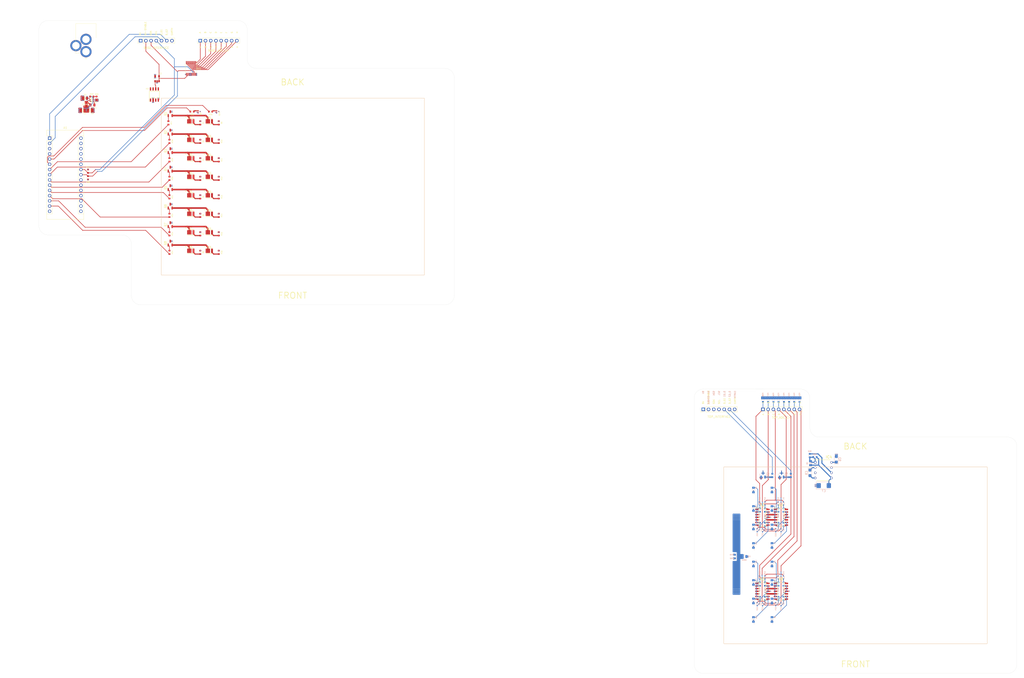
<source format=kicad_pcb>
(kicad_pcb (version 20211014) (generator pcbnew)
  (layers (0 "F.Cu" signal) (1 "In1.Cu" power "Earth") (2 "In2.Cu" power "Power") (31 "B.Cu" signal) (34 "B.Paste" user) (35 "F.Paste" user) (36 "B.SilkS" user "B.Silkscreen") (37 "F.SilkS" user "F.Silkscreen") (38 "B.Mask" user) (39 "F.Mask" user) (44 "Edge.Cuts" user))
  (net 0 "")
  (net 1 "D_G2")
  (net 2 "D_G1")
  (net 4 "Earth")
  (net 5 "G1")
  (net 6 "GA")
  (net 7 "GB")
  (net 8 "GC")
  (net 9 "GD")
  (net 10 "GE")
  (net 11 "GF")
  (net 12 "GG")
  (net 13 "GH")
  (net 22 "SDA")
  (net 23 "SCL")
  (net 28 "+5V")
  (net 29 "DA")
  (net 30 "Net-(D1-Pad2)")
  (net 31 "Net-(D2-Pad2)")
  (net 32 "DB")
  (net 33 "Net-(D3-Pad2)")
  (net 34 "Net-(D4-Pad2)")
  (net 35 "DC")
  (net 36 "Net-(D5-Pad2)")
  (net 37 "Net-(D6-Pad2)")
  (net 38 "DD")
  (net 39 "Net-(D7-Pad2)")
  (net 40 "Net-(D8-Pad2)")
  (net 41 "DE")
  (net 42 "Net-(D9-Pad2)")
  (net 43 "Net-(D10-Pad2)")
  (net 44 "DF")
  (net 45 "Net-(D11-Pad2)")
  (net 46 "Net-(D12-Pad2)")
  (net 47 "DG")
  (net 48 "Net-(D13-Pad2)")
  (net 49 "Net-(D14-Pad2)")
  (net 50 "DH")
  (net 51 "Net-(D15-Pad2)")
  (net 52 "Net-(D16-Pad2)")
  (net 53 "Net-(Q2-Pad1)")
  (net 54 "Net-(Q4-Pad1)")
  (net 55 "Net-(Q7-Pad1)")
  (net 56 "Net-(Q9-Pad1)")
  (net 57 "D1")
  (net 58 "D_D1")
  (net 59 "D_D2")
  (net 60 "D2")
  (net 61 "ADC_A")
  (net 62 "ADC_B")
  (net 63 "ADC_C")
  (net 64 "ADC_D")
  (net 65 "ADC_E")
  (net 66 "ADC_F")
  (net 67 "ADC_G")
  (net 68 "ADC_H")
  (net 69 "G2")
  (net 70 "SW")
  (net 71 "BST")
  (net 72 "+9V")
  (net 74 "FB")
  (net 75 "5VSTABLE")
  (net 76 "5VSTABLE_TOP")
  (net 77 "ADC_A_T")
  (net 78 "ADC_B_T")
  (net 79 "ADC_C_T")
  (net 80 "ADC_D_T")
  (net 81 "ADC_E_T")
  (net 82 "ADC_F_T")
  (net 83 "ADC_G_T")
  (net 84 "ADC_H_T")
  (net 85 "D_G1_T")
  (net 86 "D_G2_T")
  (net 87 "GND")
  (net 88 "9V_TOP")
  (net 89 "SDA_TOP")
  (net 90 "SCL_TOP")
  (net 91 "100mV")
  (net 92 "Net-(A2-Pad13)")
  (net 93 "Net-(A3-Pad2)")
  (net 94 "Net-(A3-Pad6)")
  (net 95 "Net-(A3-Pad13)")
  (net 96 "Net-(A4-Pad6)")
  (net 97 "Net-(A5-Pad6)")
  (net 98 "Net-(A5-Pad13)")
  (net 99 "Net-(IC2-Pad1)")
  (net 105 "Net-(Q12-Pad1)")
  (net 106 "Net-(Q11-Pad1)")
  (net 107 "Net-(Q8-Pad1)")
  (net 108 "Net-(Q6-Pad1)")
  (net 109 "Net-(Q5-Pad1)")
  (net 110 "Net-(Q3-Pad1)")
  (net 111 "Net-(Q10-Pad1)")
  (net 112 "Net-(Q1-Pad1)")
  (net 113 "Net-(A5-Pad9)")
  (net 114 "Net-(A5-Pad2)")
  (net 115 "Net-(A4-Pad9)")
  (net 116 "Net-(A4-Pad2)")
  (net 117 "Net-(A4-Pad13)")
  (net 118 "Net-(A3-Pad9)")
  (net 119 "Net-(A2-Pad9)")
  (net 120 "Net-(A2-Pad6)")
  (net 121 "Net-(A2-Pad2)")
  (net 122 "/OA")
  (net 123 "/OB")
  (net 124 "/OD")
  (net 125 "/OC")
  (net 126 "/OE")
  (net 127 "/OF")
  (net 128 "/OH")
  (net 129 "/OG")
  (net 130 "/OA2")
  (net 131 "/OB2")
  (net 132 "/OD2")
  (net 133 "/OC2")
  (net 134 "/OE2")
  (net 135 "/OF2")
  (net 136 "/OH2")
  (net 137 "/OG2")
  (net 138 "-5V")
  (net 139 "Net-(C8-Pad1)")
  (net 140 "Net-(IC4-Pad6)")
  (net 142 "Net-(C9-Pad2)")
  (net 143 "Net-(C9-Pad1)")
  (footprint "Resistor_SMD:R_0603_1608Metric" (layer "F.Cu") (at 71.15 68.8 90)
    (fp_text reference "R30")
    (fp_text value "10k")
  )
  (footprint "Capacitor_SMD:C_0805_2012Metric" (layer "F.Cu") (at 65.6 68.8)
    (fp_text reference "C2")
    (fp_text value "10uF")
  )
  (footprint "Connector_PinHeader_2.54mm:PinHeader_1x08_P2.54mm_Vertical" (layer "F.Cu") (at 121.6 40.8 90)
    (fp_text reference "J3" hide)
    (fp_text value "BASE_ADC_CH")
  )
  (footprint "MountingHole:MountingHole_2.5mm" (layer "F.Cu") (at 92.6 58.8)
    (fp_text reference "H1" hide)
    (fp_text value "MountingHole")
  )
  (footprint "SamacSys_Parts:GRJTLPS123G7H4451150R33" (layer "F.Cu") (at 125.98 107.04)
    (fp_text reference "D12")
    (fp_text value "GR_JTLPS1.23-G7H4-45-1-150-R33" hide)
  )
  (footprint "SamacSys_Parts:GRJTLPS123G7H4451150R33" (layer "F.Cu") (at 125.98 98.04)
    (fp_text reference "D11")
    (fp_text value "GR_JTLPS1.23-G7H4-45-1-150-R33" hide)
  )
  (footprint "Resistor_SMD:R_0603_1608Metric" (layer "F.Cu") (at 121.6 134.8 -90)
    (fp_text reference "R7")
    (fp_text value "51R1")
  )
  (footprint "Resistor_SMD:R_0603_1608Metric" (layer "F.Cu") (at 106.6 98.8 -90)
    (fp_text reference "R19")
    (fp_text value "150")
  )
  (footprint "Capacitor_SMD:C_0805_2012Metric" (layer "F.Cu") (at 69.15 72.1)
    (fp_text reference "C4")
    (fp_text value "100nF" hide)
  )
  (footprint "Resistor_SMD:R_0603_1608Metric" (layer "F.Cu") (at 130.6 134.8 -90)
    (fp_text reference "R15")
    (fp_text value "51R1")
  )
  (footprint "Capacitor_SMD:C_0805_2012Metric" (layer "F.Cu") (at 67.95 74.7 180)
    (fp_text reference "C3")
    (fp_text value "22uF")
  )
  (footprint "Resistor_SMD:R_0603_1608Metric" (layer "F.Cu") (at 121.6 125.8 -90)
    (fp_text reference "R6")
    (fp_text value "51R1")
  )
  (footprint "Resistor_SMD:R_0603_1608Metric" (layer "F.Cu") (at 130.6 107.8 -90)
    (fp_text reference "R12")
    (fp_text value "51R1")
  )
  (footprint "SamacSys_Parts:SOIC127P600X175-14N" (layer "F.Cu") (at 394.95 308.7)
    (fp_text reference "A3")
    (fp_text value "TL074IDT" hide)
  )
  (footprint "Resistor_SMD:R_0603_1608Metric" (layer "F.Cu") (at 106.6 134.8 -90)
    (fp_text reference "R23")
    (fp_text value "150")
  )
  (footprint "Resistor_SMD:R_0603_1608Metric" (layer "F.Cu") (at 130.6 125.8 -90)
    (fp_text reference "R14")
    (fp_text value "51R1")
  )
  (footprint "Resistor_SMD:R_0603_1608Metric" (layer "F.Cu") (at 130.6 80.8 -90)
    (fp_text reference "R9")
    (fp_text value "51R1")
  )
  (footprint "SamacSys_Parts:GRJTLPS123G7H4451150R33" (layer "F.Cu") (at 116.98 107.04)
    (fp_text reference "D4")
    (fp_text value "GR_JTLPS1.23-G7H4-45-1-150-R33" hide)
  )
  (footprint "SamacSys_Parts:GRJTLPS123G7H4451150R33" (layer "F.Cu") (at 116.98 134.04)
    (fp_text reference "D7")
    (fp_text value "GR_JTLPS1.23-G7H4-45-1-150-R33" hide)
  )
  (footprint "Package_SO:TSSOP-16_4.4x5mm_P0.65mm" (layer "F.Cu") (at 117.1 54.3 -90)
    (fp_text reference "U1")
    (fp_text value "ADS7828")
  )
  (footprint "SamacSys_Parts:GRJTLPS123G7H4451150R33" (layer "F.Cu") (at 116.98 143.04)
    (fp_text reference "D8")
    (fp_text value "GR_JTLPS1.23-G7H4-45-1-150-R33" hide)
  )
  (footprint "SamacSys_Parts:NTK3134NT5G" (layer "F.Cu") (at 121.1 75.3 -90)
    (fp_text reference "Q9")
    (fp_text value "NTK3134NT5G" hide)
  )
  (footprint "Package_TO_SOT_SMD:SOT-23" (layer "F.Cu") (at 106.98 85.3 90)
    (fp_text reference "Q2")
    (fp_text value "NXV75UP")
  )
  (footprint "MountingHole:MountingHole_2.5mm" (layer "F.Cu") (at 240.6 58.8)
    (fp_text reference "H3" hide)
    (fp_text value "MountingHole")
  )
  (footprint "SamacSys_Parts:INDPM2016X100N" (layer "F.Cu") (at 66.2 71.75 -90)
    (fp_text reference "L1")
    (fp_text value "3.3uH" hide)
  )
  (footprint "SamacSys_Parts:TA75S558FLF" (layer "F.Cu") (at 100.6 59.3)
    (fp_text reference "IC2")
    (fp_text value "TA75S558F,LF" hide)
  )
  (footprint "Resistor_SMD:R_0603_1608Metric" (layer "F.Cu") (at 121.6 107.8 -90)
    (fp_text reference "R4")
    (fp_text value "51R1")
  )
  (footprint "Connector_PinHeader_2.54mm:PinHeader_1x08_P2.54mm_Vertical" (layer "F.Cu") (at 395.2 220.2 90)
    (fp_text reference "J5" hide)
    (fp_text value "TOP_ADC_CH")
  )
  (footprint "Resistor_SMD:R_0603_1608Metric" (layer "F.Cu") (at 106.6 125.8 -90)
    (fp_text reference "R22")
    (fp_text value "150")
  )
  (footprint "SamacSys_Parts:GRJTLPS123G7H4451150R33" (layer "F.Cu") (at 116.98 98.04)
    (fp_text reference "D3")
    (fp_text value "GR_JTLPS1.23-G7H4-45-1-150-R33" hide)
  )
  (footprint "Package_TO_SOT_SMD:SOT-23" (layer "F.Cu") (at 106.98 121.3 90)
    (fp_text reference "Q6")
    (fp_text value "NXV75UP")
  )
  (footprint "Resistor_SMD:R_0603_1608Metric" (layer "F.Cu") (at 106.6 89.8 -90)
    (fp_text reference "R18")
    (fp_text value "150")
  )
  (footprint "Resistor_SMD:R_0603_1608Metric" (layer "F.Cu") (at 106.6 116.8 -90)
    (fp_text reference "R21")
    (fp_text value "150")
  )
  (footprint "Resistor_SMD:R_0603_1608Metric" (layer "F.Cu") (at 67 107.525 -90)
    (fp_text reference "R28")
    (fp_text value "4.7k")
  )
  (footprint "SamacSys_Parts:SOIC127P600X175-14N" (layer "F.Cu") (at 403.95 308.7)
    (fp_text reference "A5")
    (fp_text value "TL074IDT" hide)
  )
  (footprint "MountingHole:MountingHole_2.5mm" (layer "F.Cu") (at 92.6 164.8)
    (fp_text reference "H2" hide)
    (fp_text value "MountingHole")
  )
  (footprint "Package_TO_SOT_SMD:SOT-23" (layer "F.Cu") (at 106.98 94.3 90)
    (fp_text reference "Q3")
    (fp_text value "NXV75UP")
  )
  (footprint "Resistor_SMD:R_0603_1608Metric" (layer "F.Cu") (at 126.6 75.3 180)
    (fp_text reference "R26")
    (fp_text value "150")
  )
  (footprint "Package_TO_SOT_SMD:SOT-23" (layer "F.Cu") (at 106.98 103.3 90)
    (fp_text reference "Q4")
    (fp_text value "NXV75UP")
  )
  (footprint "SamacSys_Parts:GRJTLPS123G7H4451150R33" (layer "F.Cu") (at 116.98 116.04)
    (fp_text reference "D5")
    (fp_text value "GR_JTLPS1.23-G7H4-45-1-150-R33" hide)
  )
  (footprint "Resistor_SMD:R_0603_1608Metric" (layer "F.Cu") (at 67 104.3 90)
    (fp_text reference "R27")
    (fp_text value "4.7k")
  )
  (footprint "Package_TO_SOT_SMD:SOT-23" (layer "F.Cu") (at 106.98 139.3 90)
    (fp_text reference "Q8")
    (fp_text value "NXV75UP")
  )
  (footprint "Resistor_SMD:R_0603_1608Metric" (layer "F.Cu") (at 117.6 75.3 180)
    (fp_text reference "R25")
    (fp_text value "150")
  )
  (footprint "Connector_PinHeader_2.54mm:PinHeader_1x07_P2.54mm_Vertical" (layer "F.Cu") (at 366.2 220.2 90)
    (fp_text reference "J4" hide)
    (fp_text value "TOP_INTERFACE")
  )
  (footprint "Resistor_SMD:R_0603_1608Metric" (layer "F.Cu") (at 106.6 107.8 -90)
    (fp_text reference "R20")
    (fp_text value "150")
  )
  (footprint "SamacSys_Parts:GRJTLPS123G7H4451150R33" (layer "F.Cu") (at 125.98 89.04)
    (fp_text reference "D10")
    (fp_text value "GR_JTLPS1.23-G7H4-45-1-150-R33" hide)
  )
  (footprint "SamacSys_Parts:SOIC127P600X175-14N" (layer "F.Cu") (at 394.95 272.7)
    (fp_text reference "A2")
    (fp_text value "TL074IDT" hide)
  )
  (footprint "SamacSys_Parts:GRJTLPS123G7H4451150R33" (layer "F.Cu") (at 116.98 89.04)
    (fp_text reference "D2")
    (fp_text value "GR_JTLPS1.23-G7H4-45-1-150-R33" hide)
  )
  (footprint "SamacSys_Parts:GRJTLPS123G7H4451150R33" (layer "F.Cu") (at 125.98 116.04)
    (fp_text reference "D13")
    (fp_text value "GR_JTLPS1.23-G7H4-45-1-150-R33" hide)
  )
  (footprint "SamacSys_Parts:NTK3134NT5G" (layer "F.Cu") (at 130.1 75.3 -90)
    (fp_text reference "Q10")
    (fp_text value "NTK3134NT5G" hide)
  )
  (footprint "Capacitor_SMD:C_0805_2012Metric" (layer "F.Cu") (at 64.45 74.7)
    (fp_text reference "C1")
    (fp_text value "22uF")
  )
  (footprint "Resistor_SMD:R_0603_1608Metric" (layer "F.Cu") (at 121.6 98.8 -90)
    (fp_text reference "R3")
    (fp_text value "51R1")
  )
  (footprint "SamacSys_Parts:GRJTLPS123G7H4451150R33" (layer "F.Cu") (at 125.98 125.04)
    (fp_text reference "D14")
    (fp_text value "GR_JTLPS1.23-G7H4-45-1-150-R33" hide)
  )
  (footprint "SamacSys_Parts:GRJTLPS123G7H4451150R33" (layer "F.Cu") (at 125.98 80.04)
    (fp_text reference "D9")
    (fp_text value "GR_JTLPS1.23-G7H4-45-1-150-R33" hide)
  )
  (footprint "Resistor_SMD:R_0603_1608Metric" (layer "F.Cu") (at 121.6 89.8 -90)
    (fp_text reference "R2")
    (fp_text value "51R1")
  )
  (footprint "Resistor_SMD:R_0603_1608Metric" (layer "F.Cu") (at 130.6 116.8 -90)
    (fp_text reference "R13")
    (fp_text value "51R1")
  )
  (footprint "SamacSys_Parts:GRJTLPS123G7H4451150R33" (layer "F.Cu") (at 116.98 125.04)
    (fp_text reference "D6")
    (fp_text value "GR_JTLPS1.23-G7H4-45-1-150-R33" hide)
  )
  (footprint "Resistor_SMD:R_0603_1608Metric" (layer "F.Cu") (at 130.6 98.8 -90)
    (fp_text reference "R11")
    (fp_text value "51R1")
  )
  (footprint "Module:Arduino_Nano" (layer "F.Cu") (at 48.335028 88.25)
    (fp_text reference "A1")
    (fp_text value "Arduino_Nano_v3.x")
  )
  (footprint "SamacSys_Parts:GRJTLPS123G7H4451150R33" (layer "F.Cu") (at 125.98 143.04)
    (fp_text reference "D16")
    (fp_text value "GR_JTLPS1.23-G7H4-45-1-150-R33" hide)
  )
  (footprint "Resistor_SMD:R_0603_1608Metric" (layer "F.Cu") (at 121.6 116.8 -90)
    (fp_text reference "R5")
    (fp_text value "51R1")
  )
  (footprint "Resistor_SMD:R_0603_1608Metric" (layer "F.Cu") (at 68.85 68 180)
    (fp_text reference "R29")
    (fp_text value "52.3k")
  )
  (footprint "SamacSys_Parts:SOTFL50P162X60-6N" (layer "F.Cu") (at 68.866 69.9)
    (fp_text reference "IC1")
    (fp_text value "AP62301Z6-7" hide)
  )
  (footprint "Resistor_SMD:R_0603_1608Metric" (layer "F.Cu") (at 121.6 80.8 -90)
    (fp_text reference "R1")
    (fp_text value "51R1")
  )
  (footprint "Connector_PinHeader_2.54mm:PinHeader_1x07_P2.54mm_Vertical" (layer "F.Cu") (at 92.6 40.8 90)
    (fp_text reference "J2" hide)
    (fp_text value "BASE_INTERFACE")
  )
  (footprint "SamacSys_Parts:DIP794W53P254L959H508Q8N" (layer "F.Cu") (at 424.57 249.79)
    (fp_text reference "IC4")
    (fp_text value "LT1054IPE4" hide)
  )
  (footprint "Package_TO_SOT_SMD:SOT-23" (layer "F.Cu") (at 106.98 76.3 90)
    (fp_text reference "Q1")
    (fp_text value "NXV75UP")
  )
  (footprint "SamacSys_Parts:163179PHEX" (layer "F.Cu") (at 64.655 41 -90)
    (fp_text reference "J1" hide)
    (fp_text value "163-179PH-EX" hide)
  )
  (footprint "Resistor_SMD:R_0603_1608Metric" (layer "F.Cu") (at 106.6 143.8 -90)
    (fp_text reference "R24")
    (fp_text value "150")
  )
  (footprint "SamacSys_Parts:GRJTLPS123G7H4451150R33" (layer "F.Cu") (at 116.98 80.04)
    (fp_text reference "D1")
    (fp_text value "GR_JTLPS1.23-G7H4-45-1-150-R33" hide)
  )
  (footprint "Resistor_SMD:R_0603_1608Metric" (layer "F.Cu") (at 121.6 143.8 -90)
    (fp_text reference "R8")
    (fp_text value "51R1")
  )
  (footprint "Resistor_SMD:R_0603_1608Metric" (layer "F.Cu") (at 130.6 89.8 -90)
    (fp_text reference "R10")
    (fp_text value "51R1")
  )
  (footprint "Package_TO_SOT_SMD:SOT-23" (layer "F.Cu") (at 106.98 130.3 90)
    (fp_text reference "Q7")
    (fp_text value "NXV75UP")
  )
  (footprint "SamacSys_Parts:SOIC127P600X175-14N" (layer "F.Cu") (at 403.95 272.7)
    (fp_text reference "A4")
    (fp_text value "TL074IDT" hide)
  )
  (footprint "SamacSys_Parts:SOIC127P600X175-8N" (layer "F.Cu") (at 99.3 67 90)
    (fp_text reference "IC3")
    (fp_text value "ADR4550BRZ" hide)
  )
  (footprint "Package_TO_SOT_SMD:SOT-23" (layer "F.Cu") (at 106.98 112.3 90)
    (fp_text reference "Q5")
    (fp_text value "NXV75UP")
  )
  (footprint "Resistor_SMD:R_0603_1608Metric" (layer "F.Cu") (at 106.1 80.8 -90)
    (fp_text reference "R17")
    (fp_text value "150")
  )
  (footprint "SamacSys_Parts:GRJTLPS123G7H4451150R33" (layer "F.Cu") (at 125.98 134.04)
    (fp_text reference "D15")
    (fp_text value "GR_JTLPS1.23-G7H4-45-1-150-R33" hide)
  )
  (footprint "MountingHole:MountingHole_2.5mm" (layer "F.Cu") (at 240.6 164.8)
    (fp_text reference "H4" hide)
    (fp_text value "MountingHole")
  )
  (footprint "Resistor_SMD:R_0603_1608Metric" (layer "F.Cu") (at 130.6 143.8 -90)
    (fp_text reference "R16")
    (fp_text value "51R1")
  )
  (footprint "SamacSys_Parts:SFH2716" (layer "B.Cu") (at 399.58 322.44 90)
    (fp_text reference "T8")
    (fp_text value "SFH2716 A01" hide)
  )
  (footprint "Resistor_SMD:R_0603_1608Metric" (layer "B.Cu") (at 405.2 312.2 -90)
    (fp_text reference "R34")
    (fp_text value "2M55")
  )
  (footprint "SamacSys_Parts:SODFL1608X70N" (layer "B.Cu") (at 396.2 266 -90)
    (fp_text reference "D25")
    (fp_text value "RB521S30T5G" hide)
  )
  (footprint "MountingHole:MountingHole_2.5mm" (layer "B.Cu") (at 366.2 238.2 180)
    (fp_text reference "H7" hide)
    (fp_text value "MountingHole")
  )
  (footprint "Resistor_SMD:R_0603_1608Metric" (layer "B.Cu") (at 395.2 215.7 -90)
    (fp_text reference "R58")
    (fp_text value "10k")
  )
  (footprint "SamacSys_Parts:SODFL1608X70N" (layer "B.Cu") (at 405.2 302 -90)
    (fp_text reference "D18")
    (fp_text value "RB521S30T5G" hide)
  )
  (footprint "Resistor_SMD:R_0603_1608Metric" (layer "B.Cu") (at 405.4 215.7 -90)
    (fp_text reference "R54")
    (fp_text value "10k")
  )
  (footprint "SamacSys_Parts:SODFL1608X70N" (layer "B.Cu") (at 402.6 266 -90)
    (fp_text reference "D21")
    (fp_text value "RB521S30T5G" hide)
  )
  (footprint "SamacSys_Parts:SODFL1608X70N" (layer "B.Cu") (at 392.4 279 -90)
    (fp_text reference "D31")
    (fp_text value "RB521S30T5G" hide)
  )
  (footprint "SamacSys_Parts:SFH2716" (layer "B.Cu") (at 399.58 259.44 90)
    (fp_text reference "T1")
    (fp_text value "SFH2716 A01" hide)
  )
  (footprint "Capacitor_SMD:C_0805_2012Metric" (layer "B.Cu") (at 386.2 291.8 180)
    (fp_text reference "C5")
    (fp_text value "560p")
  )
  (footprint "Capacitor_SMD:C_0805_2012Metric" (layer "B.Cu") (at 418.37 246.39 -90)
    (fp_text reference "C8")
    (fp_text value "2n")
  )
  (footprint "SamacSys_Parts:SFH2716" (layer "B.Cu") (at 390.58 259.44 90)
    (fp_text reference "T9")
    (fp_text value "SFH2716 A01" hide)
  )
  (footprint "Resistor_SMD:R_0603_1608Metric" (layer "B.Cu") (at 408.75 252.375 90)
    (fp_text reference "R47")
    (fp_text value "150")
  )
  (footprint "MountingHole:MountingHole_2.5mm" (layer "B.Cu") (at 514.2 238.2 180)
    (fp_text reference "H5" hide)
    (fp_text value "MountingHole")
  )
  (footprint "SamacSys_Parts:SFH2716" (layer "B.Cu") (at 399.58 286.44 90)
    (fp_text reference "T4")
    (fp_text value "SFH2716 A01" hide)
  )
  (footprint "SamacSys_Parts:SODFL1608X70N" (layer "B.Cu") (at 393.6 266 -90)
    (fp_text reference "D29")
    (fp_text value "RB521S30T5G" hide)
  )
  (footprint "SamacSys_Parts:SFH2716" (layer "B.Cu") (at 399.58 295.44 90)
    (fp_text reference "T5")
    (fp_text value "SFH2716 A01" hide)
  )
  (footprint "Resistor_SMD:R_0603_1608Metric" (layer "B.Cu") (at 402.7 305.2 90)
    (fp_text reference "R37")
    (fp_text value "2M55")
  )
  (footprint "Resistor_SMD:R_0603_1608Metric" (layer "B.Cu") (at 382.45 292.7 180)
    (fp_text reference "R50")
    (fp_text value "1k1")
  )
  (footprint "Package_TO_SOT_SMD:SOT-23" (layer "B.Cu") (at 404.25 252.2 90)
    (fp_text reference "Q11")
    (fp_text value "NXV75UP")
  )
  (footprint "Resistor_SMD:R_0603_1608Metric" (layer "B.Cu") (at 402.7 312.2 90)
    (fp_text reference "R38")
    (fp_text value "2M55")
  )
  (footprint "SamacSys_Parts:SFH2716" (layer "B.Cu") (at 390.58 295.44 90)
    (fp_text reference "T13")
    (fp_text value "SFH2716 A01" hide)
  )
  (footprint "SamacSys_Parts:SFH2716" (layer "B.Cu") (at 399.58 277.44 90)
    (fp_text reference "T3")
    (fp_text value "SFH2716 A01" hide)
  )
  (footprint "Resistor_SMD:R_0603_1608Metric" (layer "B.Cu") (at 393.7 305.2 90)
    (fp_text reference "R45")
    (fp_text value "2M55")
  )
  (footprint "Resistor_SMD:R_0603_1608Metric" (layer "B.Cu") (at 396.2 305.2 -90)
    (fp_text reference "R41")
    (fp_text value "2M55")
  )
  (footprint "Resistor_SMD:R_0603_1608Metric" (layer "B.Cu") (at 397.7 215.7 -90)
    (fp_text reference "R57")
    (fp_text value "10k")
  )
  (footprint "Resistor_SMD:R_0603_1608Metric" (layer "B.Cu") (at 396.2 269.2 -90)
    (fp_text reference "R39")
    (fp_text value "2M55")
  )
  (footprint "Resistor_SMD:R_0603_1608Metric" (layer "B.Cu") (at 399.75 252.375 90)
    (fp_text reference "R48")
    (fp_text value "150")
  )
  (footprint "SamacSys_Parts:SODFL1608X70N" (layer "B.Cu") (at 396.2 302 -90)
    (fp_text reference "D26")
    (fp_text value "RB521S30T5G" hide)
  )
  (footprint "MountingHole:MountingHole_2.5mm" (layer "B.Cu") (at 366.2 344.2 180)
    (fp_text reference "H8" hide)
    (fp_text value "MountingHole")
  )
  (footprint "SamacSys_Parts:SODFL1608X70N" (layer "B.Cu") (at 405.2 266 -90)
    (fp_text reference "D17")
    (fp_text value "RB521S30T5G" hide)
  )
  (footprint "SamacSys_Parts:SODFL1608X70N" (layer "B.Cu") (at 404 279.05 -90)
    (fp_text reference "D19")
    (fp_text value "RB521S30T5G" hide)
  )
  (footprint "SamacSys_Parts:SODFL1608X70N" (layer "B.Cu") (at 392.4 315 -90)
    (fp_text reference "D32")
    (fp_text value "RB521S30T5G" hide)
  )
  (footprint "SamacSys_Parts:SFH2716" (layer "B.Cu") (at 399.58 304.44 90)
    (fp_text reference "T6")
    (fp_text value "SFH2716 A01" hide)
  )
  (footprint "SamacSys_Parts:SFH2716" (layer "B.Cu") (at 390.58 313.44 90)
    (fp_text reference "T15")
    (fp_text value "SFH2716 A01" hide)
  )
  (footprint "SamacSys_Parts:SFH2716" (layer "B.Cu") (at 390.58 268.44 90)
    (fp_text reference "T10")
    (fp_text value "SFH2716 A01" hide)
  )
  (footprint "Resistor_SMD:R_0603_1608Metric" (layer "B.Cu") (at 410.4 215.7 -90)
    (fp_text reference "R52")
    (fp_text value "10k")
  )
  (footprint "Resistor_SMD:R_0603_1608Metric" (layer "B.Cu") (at 402.8 215.7 -90)
    (fp_text reference "R55")
    (fp_text value "10k")
  )
  (footprint "Resistor_SMD:R_0603_1608Metric" (layer "B.Cu") (at 402.7 276.2 90)
    (fp_text reference "R36")
    (fp_text value "2M55")
  )
  (footprint "Resistor_SMD:R_0603_1608Metric" (layer "B.Cu") (at 402.7 269.2 90)
    (fp_text reference "R35")
    (fp_text value "2M55")
  )
  (footprint "Resistor_SMD:R_0603_1608Metric" (layer "B.Cu") (at 405.2 269.2 -90)
    (fp_text reference "R31")
    (fp_text value "2M55")
  )
  (footprint "Resistor_SMD:R_0603_1608Metric" (layer "B.Cu") (at 420.47 243.39)
    (fp_text reference "R59")
    (fp_text value "102k")
  )
  (footprint "Resistor_SMD:R_0603_1608Metric" (layer "B.Cu") (at 400.3 215.7 -90)
    (fp_text reference "R56")
    (fp_text value "10k")
  )
  (footprint "Resistor_SMD:R_0603_1608Metric" (layer "B.Cu") (at 407.9 215.7 -90)
    (fp_text reference "R53")
    (fp_text value "10k")
  )
  (footprint "SamacSys_Parts:SODFL1608X70N" (layer "B.Cu") (at 404 315.05 -90)
    (fp_text reference "D20")
    (fp_text value "RB521S30T5G" hide)
  )
  (footprint "SamacSys_Parts:SODFL1608X70N" (layer "B.Cu") (at 395 315.05 -90)
    (fp_text reference "D28")
    (fp_text value "RB521S30T5G" hide)
  )
  (footprint "SamacSys_Parts:SODFL1608X70N" (layer "B.Cu") (at 395 279.05 -90)
    (fp_text reference "D27")
    (fp_text value "RB521S30T5G" hide)
  )
  (footprint "Resistor_SMD:R_0603_1608Metric" (layer "B.Cu") (at 393.7 312.2 90)
    (fp_text reference "R46")
    (fp_text value "2M55")
  )
  (footprint "SamacSys_Parts:SODFL1608X70N" (layer "B.Cu") (at 401.4 315 -90)
    (fp_text reference "D24")
    (fp_text value "RB521S30T5G" hide)
  )
  (footprint "SamacSys_Parts:SODFL1608X70N" (layer "B.Cu") (at 401.4 279 -90)
    (fp_text reference "D23")
    (fp_text value "RB521S30T5G" hide)
  )
  (footprint "Capacitor_Tantalum_SMD:CP_EIA-3216-10_Kemet-I" (layer "B.Cu") (at 418.07 251.09 -90)
    (fp_text reference "C9")
    (fp_text value "10uF")
  )
  (footprint "Resistor_SMD:R_0603_1608Metric" (layer "B.Cu") (at 393.7 269.2 90)
    (fp_text reference "R43")
    (fp_text value "2M55")
  )
  (footprint "SamacSys_Parts:SFH2716" (layer "B.Cu") (at 390.58 286.44 90)
    (fp_text reference "T12")
    (fp_text value "SFH2716 A01" hide)
  )
  (footprint "Resistor_SMD:R_0603_1608Metric" (layer "B.Cu") (at 417.97 242.69 90)
    (fp_text reference "R60")
    (fp_text value "20k")
  )
  (footprint "Capacitor_Tantalum_SMD:CP_EIA-3216-10_Kemet-I" (layer "B.Cu") (at 430.87 244.49 90)
    (fp_text reference "C6")
    (fp_text value "10uF")
  )
  (footprint "Resistor_SMD:R_0603_1608Metric" (layer "B.Cu") (at 382.45 290.94)
    (fp_text reference "R49")
    (fp_text value "88k7")
  )
  (footprint "Resistor_SMD:R_0603_1608Metric" (layer "B.Cu") (at 396.2 276.2 -90)
    (fp_text reference "R40")
    (fp_text value "2M55")
  )
  (footprint "SamacSys_Parts:SFH2716" (layer "B.Cu") (at 399.58 268.44 90)
    (fp_text reference "T2")
    (fp_text value "SFH2716 A01" hide)
  )
  (footprint "MountingHole:MountingHole_2.5mm" (layer "B.Cu") (at 514.2 344.2 180)
    (fp_text reference "H6" hide)
    (fp_text value "MountingHole")
  )
  (footprint "SamacSys_Parts:SFH2716" (layer "B.Cu") (at 390.58 277.44 90)
    (fp_text reference "T11")
    (fp_text value "SFH2716 A01" hide)
  )
  (footprint "Resistor_SMD:R_0603_1608Metric" (layer "B.Cu") (at 405.2 305.2 -90)
    (fp_text reference "R33")
    (fp_text value "2M55")
  )
  (footprint "SamacSys_Parts:SFH2716" (layer "B.Cu") (at 399.58 313.44 90)
    (fp_text reference "T7")
    (fp_text value "SFH2716 A01" hide)
  )
  (footprint "Resistor_SMD:R_0603_1608Metric" (layer "B.Cu") (at 396.2 312.2 -90)
    (fp_text reference "R42")
    (fp_text value "2M55")
  )
  (footprint "SamacSys_Parts:SFH2716" (layer "B.Cu") (at 390.58 304.44 90)
    (fp_text reference "T14")
    (fp_text value "SFH2716 A01" hide)
  )
  (footprint "Capacitor_Tantalum_SMD:CP_EIA-6032-15_Kemet-U" (layer "B.Cu") (at 424.77 257.29)
    (fp_text reference "C7")
    (fp_text value "100uF")
  )
  (footprint "Resistor_SMD:R_0603_1608Metric" (layer "B.Cu") (at 393.7 276.2 90)
    (fp_text reference "R44")
    (fp_text value "2M55")
  )
  (footprint "SamacSys_Parts:SFH2716" (layer "B.Cu") (at 390.58 322.44 90)
    (fp_text reference "T16")
    (fp_text value "SFH2716 A01" hide)
  )
  (footprint "SamacSys_Parts:SODFL1608X70N" (layer "B.Cu") (at 402.6 302 -90)
    (fp_text reference "D22")
    (fp_text value "RB521S30T5G" hide)
  )
  (footprint "Resistor_SMD:R_0603_1608Metric" (layer "B.Cu") (at 405.2 276.2 -90)
    (fp_text reference "R32")
    (fp_text value "2M55")
  )
  (footprint "SamacSys_Parts:SODFL1608X70N" (layer "B.Cu") (at 393.6 302 -90)
    (fp_text reference "D30")
    (fp_text value "RB521S30T5G" hide)
  )
  (footprint "Package_TO_SOT_SMD:SOT-23" (layer "B.Cu") (at 395.25 252.2 90)
    (fp_text reference "Q12")
    (fp_text value "NXV75UP")
  )
  (footprint "Resistor_SMD:R_0603_1608Metric" (layer "B.Cu") (at 413 215.7 -90)
    (fp_text reference "R51")
    (fp_text value "10k")
  )
  (gr_rect (start 376.2 248.2) (end 504.2 334.2) (layer "B.SilkS") (width 0.1) (fill none))
  (gr_rect (start 102.6 68.8) (end 230.6 154.8) (layer "B.SilkS") (width 0.1) (fill none))
  (gr_rect (start 376.2 248.2) (end 504.2 334.2) (layer "F.SilkS") (width 0.1) (fill none))
  (gr_rect (start 102.6 68.8) (end 230.6 154.8) (layer "F.SilkS") (width 0.1) (fill none))
  (gr_line (start 245.1 164.8) (end 245.1 58.8) (layer "Edge.Cuts") (width 0.05))
  (gr_line (start 418.033502 229.2) (end 418.018019 214.85) (layer "Edge.Cuts") (width 0.05))
  (gr_line (start 139.918019 30.981981) (end 47.6 30.981981) (layer "Edge.Cuts") (width 0.05))
  (gr_arc (start 245.1 164.8) (mid 243.781981 167.981981) (end 240.6 169.3) (layer "Edge.Cuts") (width 0.05))
  (gr_line (start 514.2 233.7) (end 422.533502 233.7) (layer "Edge.Cuts") (width 0.05))
  (gr_line (start 240.6 54.3) (end 148.933502 54.3) (layer "Edge.Cuts") (width 0.05))
  (gr_line (start 92.6 169.3) (end 240.6 169.3) (layer "Edge.Cuts") (width 0.05))
  (gr_arc (start 47.6 135.3) (mid 44.418019 133.981981) (end 43.1 130.8) (layer "Edge.Cuts") (width 0.05))
  (gr_arc (start 514.2 233.7) (mid 517.381981 235.018019) (end 518.7 238.2) (layer "Edge.Cuts") (width 0.05))
  (gr_arc (start 240.6 54.3) (mid 243.781981 55.618019) (end 245.1 58.8) (layer "Edge.Cuts") (width 0.05))
  (gr_arc (start 92.6 169.3) (mid 89.418019 167.981981) (end 88.1 164.8) (layer "Edge.Cuts") (width 0.05))
  (gr_line (start 361.7 214.840991) (end 361.7 344.2) (layer "Edge.Cuts") (width 0.05))
  (gr_line (start 47.6 135.3) (end 83.6 135.3) (layer "Edge.Cuts") (width 0.05))
  (gr_arc (start 43.1 35.481981) (mid 44.418019 32.3) (end 47.6 30.981981) (layer "Edge.Cuts") (width 0.05))
  (gr_arc (start 422.533502 233.7) (mid 419.35152 232.381981) (end 418.033502 229.2) (layer "Edge.Cuts") (width 0.05))
  (gr_arc (start 139.918019 30.981981) (mid 143.1 32.3) (end 144.418019 35.481981) (layer "Edge.Cuts") (width 0.05))
  (gr_line (start 366.2 348.7) (end 514.2 348.7) (layer "Edge.Cuts") (width 0.05))
  (gr_arc (start 518.7 344.2) (mid 517.381981 347.381981) (end 514.2 348.7) (layer "Edge.Cuts") (width 0.05))
  (gr_line (start 518.7 344.2) (end 518.7 238.2) (layer "Edge.Cuts") (width 0.05))
  (gr_arc (start 148.933502 54.3) (mid 145.751521 52.981981) (end 144.433502 49.8) (layer "Edge.Cuts") (width 0.05))
  (gr_line (start 43.1 35.481981) (end 43.1 130.8) (layer "Edge.Cuts") (width 0.05))
  (gr_arc (start 83.6 135.3) (mid 86.781981 136.618019) (end 88.1 139.8) (layer "Edge.Cuts") (width 0.05))
  (gr_arc (start 413.518019 210.35) (mid 416.699994 211.668025) (end 418.018019 214.85) (layer "Edge.Cuts") (width 0.05))
  (gr_arc (start 361.7 214.840991) (mid 363.018019 211.65901) (end 366.2 210.340991) (layer "Edge.Cuts") (width 0.05))
  (gr_line (start 144.433502 49.8) (end 144.418019 35.481981) (layer "Edge.Cuts") (width 0.05))
  (gr_arc (start 366.2 348.7) (mid 363.018019 347.381981) (end 361.7 344.2) (layer "Edge.Cuts") (width 0.05))
  (gr_line (start 413.518019 210.35) (end 366.2 210.340991) (layer "Edge.Cuts") (width 0.05))
  (gr_line (start 88.1 139.8) (end 88.1 164.8) (layer "Edge.Cuts") (width 0.05))
  (gr_text "9V\n\n5V-STABLE\n\nSDA\n\nSCL\n\nD_G1\n\nD_G2\n\nEARTH" (at 373.890061 211.1 90) (layer "B.SilkS") (effects (font (size 0.8 0.8)) (justify left mirror)))
  (gr_text "+" (at 114.6 77.9) (layer "F.SilkS") (effects (font (size 1 1)) (justify mirror)))
  (gr_text "A\n\nB\n\nC\n\nD\n\nE\n\nF\n\nG\n\nH\n" (at 404.3 223.1 90) (layer "F.SilkS") (effects (font (size 0.8 0.8)) (justify left)))
  (gr_text "+" (at 114.6 104.9) (layer "F.SilkS") (effects (font (size 1 1)) (justify mirror)))
  (gr_text "+" (at 114.6 131.9) (layer "F.SilkS") (effects (font (size 1 1)) (justify mirror)))
  (gr_text "+" (at 114.6 113.9) (layer "F.SilkS") (effects (font (size 1 1)) (justify mirror)))
  (gr_text "+" (at 123.6 86.9) (layer "F.SilkS") (effects (font (size 1 1)) (justify mirror)))
  (gr_text "FRONT" (at 166.5 164.8) (layer "F.SilkS") (effects (font (size 3 3) (thickness 0.3))))
  (gr_text "+" (at 114.6 140.9) (layer "F.SilkS") (effects (font (size 1 1)) (justify mirror)))
  (gr_text "+" (at 123.6 122.9) (layer "F.SilkS") (effects (font (size 1 1)) (justify mirror)))
  (gr_text "BACK\n" (at 166.498958 61) (layer "F.SilkS") (effects (font (size 3 3) (thickness 0.3))))
  (gr_text "9V\n\n5V-STABLE\n\nSDA\n\nSCL\n\nD_G1\n\nD_G2\n\nEARTH" (at 100.1 38.3 90) (layer "F.SilkS") (effects (font (size 0.8 0.8)) (justify left)))
  (gr_text "+" (at 123.6 77.9) (layer "F.SilkS") (effects (font (size 1 1)) (justify mirror)))
  (gr_text "A\n\nB\n\nC\n\nD\n\nE\n\nF\n\nG\n\nH\n" (at 404.3 217.4 90) (layer "F.SilkS") (effects (font (size 0.8 0.8)) (justify left)))
  (gr_text "A\n\nB\n\nC\n\nD\n\nE\n\nF\n\nG\n\nH" (at 130.6 44.4 90) (layer "F.SilkS") (effects (font (size 0.8 0.8)) (justify left)))
  (gr_text "+" (at 123.6 140.9) (layer "F.SilkS") (effects (font (size 1 1)) (justify mirror)))
  (gr_text "+" (at 114.6 86.9) (layer "F.SilkS") (effects (font (size 1 1)) (justify mirror)))
  (gr_text "9V\n\n5V-STABLE\n\nSDA\n\nSCL\n\nD_G1\n\nD_G2\n\nEARTH" (at 373.9 217.7 90) (layer "F.SilkS") (effects (font (size 0.8 0.8)) (justify left)))
  (gr_text "+" (at 114.6 122.9) (layer "F.SilkS") (effects (font (size 1 1)) (justify mirror)))
  (gr_text "FRONT" (at 440.2 344.2) (layer "F.SilkS") (effects (font (size 3 3) (thickness 0.3))))
  (gr_text "+" (at 123.6 104.9) (layer "F.SilkS") (effects (font (size 1 1)) (justify mirror)))
  (gr_text "+" (at 123.6 113.9) (layer "F.SilkS") (effects (font (size 1 1)) (justify mirror)))
  (gr_text "BACK" (at 440.161715 238.2) (layer "F.SilkS") (effects (font (size 3 3) (thickness 0.3))))
  (gr_text "A\n\nB\n\nC\n\nD\n\nE\n\nF\n\nG\n\nH\n" (at 130.5 37.3 90) (layer "F.SilkS") (effects (font (size 0.8 0.8)) (justify left)))
  (gr_text "+" (at 123.6 131.9) (layer "F.SilkS") (effects (font (size 1 1)) (justify mirror)))
  (gr_text "+" (at 123.6 95.9) (layer "F.SilkS") (effects (font (size 1 1)) (justify mirror)))
  (gr_text "+" (at 114.6 95.9) (layer "F.SilkS") (effects (font (size 1 1)) (justify mirror)))
  (segment (start 48.335028 76.419972) (end 87.055 37.7) (width 0.254) (layer "B.Cu") (net 1))
  (segment (start 48.335028 88.25) (end 48.335028 76.419972) (width 0.254) (layer "B.Cu") (net 1))
  (segment (start 102.2 37.7) (end 105.3 40.8) (width 0.254) (layer "B.Cu") (net 1))
  (segment (start 87.055 37.7) (end 102.2 37.7) (width 0.254) (layer "B.Cu") (net 1))
  (segment (start 100.86 38.9) (end 102.76 40.8) (width 0.254) (layer "B.Cu") (net 2))
  (segment (start 89.855 38.9) (end 100.86 38.9) (width 0.254) (layer "B.Cu") (net 2))
  (segment (start 48.335028 90.79) (end 51.055 88.070028) (width 0.254) (layer "B.Cu") (net 2))
  (segment (start 51.055 77.7) (end 89.855 38.9) (width 0.254) (layer "B.Cu") (net 2))
  (segment (start 51.055 88.070028) (end 51.055 77.7) (width 0.254) (layer "B.Cu") (net 2))
  (segment (start 116.1625 57.2) (end 116.125 57.1625) (width 0.254) (layer "F.Cu") (net 4))
  (segment (start 129.555 75.755) (end 129.61 75.7) (width 0.254) (layer "F.Cu") (net 4))
  (segment (start 117.055 57.2) (end 116.8125 57.2) (width 0.254) (layer "F.Cu") (net 4))
  (segment (start 101.0175 69.5775) (end 101.2225 69.7825) (width 0.254) (layer "F.Cu") (net 4))
  (segment (start 120.555 75.755) (end 120.61 75.7) (width 0.254) (layer "F.Cu") (net 4))
  (segment (start 116.7375 57.2) (end 116.775 57.1625) (width 0.254) (layer "F.Cu") (net 4))
  (segment (start 116.455 57.2) (end 116.7375 57.2) (width 0.254) (layer "F.Cu") (net 4))
  (segment (start 117.055 56.7925) (end 117.425 57.1625) (width 0.254) (layer "F.Cu") (net 4))
  (segment (start 68.6 70.4) (end 68.032 70.4) (width 0.254) (layer "F.Cu") (net 4))
  (segment (start 117.055 57.7) (end 117.055 57.4425) (width 0.254) (layer "F.Cu") (net 4))
  (segment (start 114.7875 57.2) (end 114.825 57.1625) (width 0.254) (layer "F.Cu") (net 4))
  (segment (start 101.5175 69.4875) (end 101.2225 69.7825) (width 0.254) (layer "F.Cu") (net 4))
  (segment (start 120.555 76.1) (end 120.555 75.755) (width 0.254) (layer "F.Cu") (net 4))
  (segment (start 114.355 57.2) (end 114.7875 57.2) (width 0.254) (layer "F.Cu") (net 4))
  (segment (start 116.8125 57.2) (end 116.775 57.1625) (width 0.254) (layer "F.Cu") (net 4))
  (segment (start 116.455 56.8325) (end 116.125 57.1625) (width 0.254) (layer "F.Cu") (net 4))
  (segment (start 117.055 56.7) (end 117.055 56.7925) (width 0.254) (layer "F.Cu") (net 4))
  (segment (start 100.855 61.4) (end 100.855 60.755) (width 0.254) (layer "F.Cu") (net 4))
  (segment (start 100.355 61.4) (end 100.355 60.745) (width 0.254) (layer "F.Cu") (net 4))
  (segment (start 117.055 57.2) (end 117.3875 57.2) (width 0.254) (layer "F.Cu") (net 4))
  (segment (start 100.855 60.755) (end 100.6 60.5) (width 0.254) (layer "F.Cu") (net 4))
  (segment (start 116.455 56.8425) (end 116.775 57.1625) (width 0.254) (layer "F.Cu") (net 4))
  (segment (start 101.5175 68.6705) (end 101.5175 69.4875) (width 0.254) (layer "F.Cu") (net 4))
  (segment (start 116.455 57.7) (end 116.455 57.4925) (width 0.254) (layer "F.Cu") (net 4))
  (segment (start 100.355 60.745) (end 100.6 60.5) (width 0.254) (layer "F.Cu") (net 4))
  (segment (start 117.3875 57.2) (end 117.425 57.1625) (width 0.254) (layer "F.Cu") (net 4))
  (segment (start 129.055 75.7) (end 129.61 75.7) (width 0.254) (layer "F.Cu") (net 4))
  (segment (start 117.055 56.7) (end 117.055 56.8825) (width 0.254) (layer "F.Cu") (net 4))
  (segment (start 101.0175 68.6705) (end 101.0175 69.5775) (width 0.254) (layer "F.Cu") (net 4))
  (segment (start 129.555 76.1) (end 129.555 75.755) (width 0.254) (layer "F.Cu") (net 4))
  (segment (start 120.055 75.7) (end 120.61 75.7) (width 0.254) (layer "F.Cu") (net 4))
  (segment (start 117.055 57.7) (end 117.055 57.5325) (width 0.254) (layer "F.Cu") (net 4))
  (segment (start 117.055 57.5325) (end 117.425 57.1625) (width 0.254) (layer "F.Cu") (net 4))
  (segment (start 117.055 57.4425) (end 116.775 57.1625) (width 0.254) (layer "F.Cu") (net 4))
  (segment (start 116.455 56.7) (end 116.455 56.8425) (width 0.254) (layer "F.Cu") (net 4))
  (segment (start 116.455 56.7) (end 116.455 56.8325) (width 0.254) (layer "F.Cu") (net 4))
  (segment (start 117.055 56.8825) (end 116.775 57.1625) (width 0.254) (layer "F.Cu") (net 4))
  (segment (start 116.455 57.4825) (end 116.775 57.1625) (width 0.254) (layer "F.Cu") (net 4))
  (segment (start 116.455 57.4925) (end 116.125 57.1625) (width 0.254) (layer "F.Cu") (net 4))
  (segment (start 116.455 57.2) (end 116.1625 57.2) (width 0.254) (layer "F.Cu") (net 4))
  (segment (start 116.455 57.7) (end 116.455 57.4825) (width 0.254) (layer "F.Cu") (net 4))
  (via (at 63.6 73.6) (size 0.4572) (drill 0.2286) (layers "F.Cu" "B.Cu") (net 4))
  (via (at 70.4 69.4) (size 0.4572) (drill 0.2286) (layers "F.Cu" "B.Cu") (net 4))
  (via (at 72 70) (size 0.4572) (drill 0.2286) (layers "F.Cu" "B.Cu") (net 4))
  (via (at 101.0175 68.6705) (size 0.4572) (drill 0.2286) (layers "F.Cu" "B.Cu") (net 4))
  (via (at 64.2 69.9) (size 0.4572) (drill 0.2286) (layers "F.Cu" "B.Cu") (net 4))
  (via (at 70 74) (size 0.4572) (drill 0.2286) (layers "F.Cu" "B.Cu") (net 4))
  (via (at 69.6 75.8) (size 0.4572) (drill 0.2286) (layers "F.Cu" "B.Cu") (net 4))
  (via (at 63 75.8) (size 0.4572) (drill 0.2286) (layers "F.Cu" "B.Cu") (net 4))
  (via (at 63.8 68.3) (size 0.4572) (drill 0.2286) (layers "F.Cu" "B.Cu") (net 4))
  (via (at 100.855 61.4) (size 0.4572) (drill 0.2286) (layers "F.Cu" "B.Cu") (net 4))
  (via (at 63.6 75.8) (size 0.4572) (drill 0.2286) (layers "F.Cu" "B.Cu") (net 4))
  (via (at 100.355 61.4) (size 0.4572) (drill 0.2286) (layers "F.Cu" "B.Cu") (net 4))
  (via (at 69 75.8) (size 0.4572) (drill 0.2286) (layers "F.Cu" "B.Cu") (net 4))
  (via (at 116.455 56.7) (size 0.4572) (drill 0.2286) (layers "F.Cu" "B.Cu") (net 4))
  (via (at 62.6 74.8) (size 0.4572) (drill 0.2286) (layers "F.Cu" "B.Cu") (net 4))
  (via (at 62.6 74.2) (size 0.4572) (drill 0.2286) (layers "F.Cu" "B.Cu") (net 4))
  (via (at 70 74.6) (size 0.4572) (drill 0.2286) (layers "F.Cu" "B.Cu") (net 4))
  (via (at 117.055 56.7) (size 0.4572) (drill 0.2286) (layers "F.Cu" "B.Cu") (net 4))
  (via (at 63.8 69.5) (size 0.4572) (drill 0.2286) (layers "F.Cu" "B.Cu") (net 4))
  (via (at 70 75.2) (size 0.4572) (drill 0.2286) (layers "F.Cu" "B.Cu") (net 4))
  (via (at 69 73.6) (size 0.4572) (drill 0.2286) (layers "F.Cu" "B.Cu") (net 4))
  (via (at 129.055 75.7) (size 0.4572) (drill 0.2286) (layers "F.Cu" "B.Cu") (net 4))
  (via (at 114.355 57.2) (size 0.4572) (drill 0.2286) (layers "F.Cu" "B.Cu") (net 4))
  (via (at 64.8 69.9) (size 0.4572) (drill 0.2286) (layers "F.Cu" "B.Cu") (net 4))
  (via (at 117.055 57.2) (size 0.4572) (drill 0.2286) (layers "F.Cu" "B.Cu") (net 4))
  (via (at 63 73.6) (size 0.4572) (drill 0.2286) (layers "F.Cu" "B.Cu") (net 4))
  (via (at 116.455 57.2) (size 0.4572) (drill 0.2286) (layers "F.Cu" "B.Cu") (net 4))
  (via (at 129.555 76.1) (size 0.4572) (drill 0.2286) (layers "F.Cu" "B.Cu") (net 4))
  (via (at 70.4 70) (size 0.4572) (drill 0.2286) (layers "F.Cu" "B.Cu") (net 4))
  (via (at 71.5 70.4) (size 0.4572) (drill 0.2286) (layers "F.Cu" "B.Cu") (net 4))
  (via (at 116.455 57.7) (size 0.4572) (drill 0.2286) (layers "F.Cu" "B.Cu") (net 4))
  (via (at 63.8 68.9) (size 0.4572) (drill 0.2286) (layers "F.Cu" "B.Cu") (net 4))
  (via (at 120.555 76.1) (size 0.4572) (drill 0.2286) (layers "F.Cu" "B.Cu") (net 4))
  (via (at 69.6 73.6) (size 0.4572) (drill 0.2286) (layers "F.Cu" "B.Cu") (net 4))
  (via (at 120.055 75.7) (size 0.4572) (drill 0.2286) (layers "F.Cu" "B.Cu") (net 4))
  (via (at 64.2 67.7) (size 0.4572) (drill 0.2286) (layers "F.Cu" "B.Cu") (net 4))
  (via (at 68.6 70.4) (size 0.4572) (drill 0.2286) (layers "F.Cu" "B.Cu") (net 4))
  (via (at 62.6 75.4) (size 0.4572) (drill 0.2286) (layers "F.Cu" "B.Cu") (net 4))
  (via (at 117.055 57.7) (size 0.4572) (drill 0.2286) (layers "F.Cu" "B.Cu") (net 4))
  (via (at 70.9 70.4) (size 0.4572) (drill 0.2286) (layers "F.Cu" "B.Cu") (net 4))
  (via (at 72 69.4) (size 0.4572) (drill 0.2286) (layers "F.Cu" "B.Cu") (net 4))
  (via (at 101.5175 68.6705) (size 0.4572) (drill 0.2286) (layers "F.Cu" "B.Cu") (net 4))
  (via (at 64.8 67.7) (size 0.4572) (drill 0.2286) (layers "F.Cu" "B.Cu") (net 4))
  (segment (start 114.975 73.5) (end 116.775 75.3) (width 0.254) (layer "F.Cu") (net 5))
  (segment (start 94.5 84.5) (end 105.5 73.5) (width 0.254) (layer "F.Cu") (net 5))
  (segment (start 48.335028 98.41) (end 50.49 98.41) (width 0.254) (layer "F.Cu") (net 5))
  (segment (start 50.49 98.41) (end 64.4 84.5) (width 0.254) (layer "F.Cu") (net 5))
  (segment (start 105.5 73.5) (end 114.975 73.5) (width 0.254) (layer "F.Cu") (net 5))
  (segment (start 64.4 84.5) (end 94.5 84.5) (width 0.254) (layer "F.Cu") (net 5))
  (segment (start 48.335028 103.49) (end 52.125028 99.7) (width 0.254) (layer "F.Cu") (net 6))
  (segment (start 88.025 99.7) (end 106.1 81.625) (width 0.254) (layer "F.Cu") (net 6))
  (segment (start 52.125028 99.7) (end 88.025 99.7) (width 0.254) (layer "F.Cu") (net 6))
  (segment (start 48.335028 106.03) (end 52.065028 102.3) (width 0.254) (layer "F.Cu") (net 7))
  (segment (start 52.065028 102.3) (end 94.925 102.3) (width 0.254) (layer "F.Cu") (net 7))
  (segment (start 94.925 102.3) (end 106.6 90.625) (width 0.254) (layer "F.Cu") (net 7))
  (segment (start 96.639589 109.585411) (end 106.6 99.625) (width 0.254) (layer "F.Cu") (net 8))
  (segment (start 48.335028 108.57) (end 49.350439 109.585411) (width 0.254) (layer "F.Cu") (net 8))
  (segment (start 49.350439 109.585411) (end 96.639589 109.585411) (width 0.254) (layer "F.Cu") (net 8))
  (segment (start 49.350439 112.125411) (end 103.099589 112.125411) (width 0.254) (layer "F.Cu") (net 9))
  (segment (start 103.099589 112.125411) (end 106.6 108.625) (width 0.254) (layer "F.Cu") (net 9))
  (segment (start 48.335028 111.11) (end 49.350439 112.125411) (width 0.254) (layer "F.Cu") (net 9))
  (segment (start 48.335028 113.65) (end 49.350439 114.665411) (width 0.254) (layer "F.Cu") (net 10))
  (segment (start 103.640411 114.665411) (end 106.6 117.625) (width 0.254) (layer "F.Cu") (net 10))
  (segment (start 49.350439 114.665411) (end 103.640411 114.665411) (width 0.254) (layer "F.Cu") (net 10))
  (segment (start 49.859617 117.714589) (end 63.995626 117.714589) (width 0.254) (layer "F.Cu") (net 11))
  (segment (start 48.335028 116.19) (end 49.859617 117.714589) (width 0.254) (layer "F.Cu") (net 11))
  (segment (start 72.906037 126.625) (end 106.6 126.625) (width 0.254) (layer "F.Cu") (net 11))
  (segment (start 63.995626 117.714589) (end 72.906037 126.625) (width 0.254) (layer "F.Cu") (net 11))
  (segment (start 48.335028 118.73) (end 52.73 118.73) (width 0.254) (layer "F.Cu") (net 12))
  (segment (start 52.73 118.73) (end 65.6 131.6) (width 0.254) (layer "F.Cu") (net 12))
  (segment (start 102.575 131.6) (end 106.6 135.625) (width 0.254) (layer "F.Cu") (net 12))
  (segment (start 65.6 131.6) (end 102.575 131.6) (width 0.254) (layer "F.Cu") (net 12))
  (segment (start 52.57 121.27) (end 64.4 133.1) (width 0.254) (layer "F.Cu") (net 13))
  (segment (start 95.075 133.1) (end 106.6 144.625) (width 0.254) (layer "F.Cu") (net 13))
  (segment (start 48.335028 121.27) (end 52.57 121.27) (width 0.254) (layer "F.Cu") (net 13))
  (segment (start 64.4 133.1) (end 95.075 133.1) (width 0.254) (layer "F.Cu") (net 13))
  (segment (start 118.155 55.4) (end 118.725 55.97) (width 0.254) (layer "F.Cu") (net 22))
  (segment (start 97.68 43.08) (end 97.68 40.8) (width 0.254) (layer "F.Cu") (net 22))
  (segment (start 110.5 55.9) (end 97.68 43.08) (width 0.254) (layer "F.Cu") (net 22))
  (segment (start 63.575028 106.03) (end 66.33 106.03) (width 0.254) (layer "F.Cu") (net 22))
  (segment (start 110.5 55.9) (end 111 55.4) (width 0.254) (layer "F.Cu") (net 22))
  (segment (start 69.3 106.7) (end 67 106.7) (width 0.254) (layer "F.Cu") (net 22))
  (segment (start 66.33 106.03) (end 67 106.7) (width 0.254) (layer "F.Cu") (net 22))
  (segment (start 118.725 55.97) (end 118.725 57.1625) (width 0.254) (layer "F.Cu") (net 22))
  (segment (start 71.6 104.4) (end 69.3 106.7) (width 0.254) (layer "F.Cu") (net 22))
  (segment (start 111 55.4) (end 118.155 55.4) (width 0.254) (layer "F.Cu") (net 22))
  (via (at 110.5 55.9) (size 0.4572) (drill 0.2286) (layers "F.Cu" "B.Cu") (net 22))
  (via (at 71.6 104.4) (size 0.4572) (drill 0.2286) (layers "F.Cu" "B.Cu") (net 22))
  (segment (start 71.6 104.4) (end 73.755 104.4) (width 0.254) (layer "B.Cu") (net 22))
  (segment (start 110.5 67.655) (end 110.5 55.9) (width 0.254) (layer "B.Cu") (net 22))
  (segment (start 73.755 104.4) (end 110.5 67.655) (width 0.254) (layer "B.Cu") (net 22))
  (segment (start 118.1 57.1375) (end 118.075 57.1625) (width 0.254) (layer "F.Cu") (net 23))
  (segment (start 118.1 56.1) (end 118.1 57.1375) (width 0.254) (layer "F.Cu") (net 23))
  (segment (start 63.575028 103.49) (end 65.365 103.49) (width 0.254) (layer "F.Cu") (net 23))
  (segment (start 67 105.125) (end 69.075 105.125) (width 0.254) (layer "F.Cu") (net 23))
  (segment (start 69.075 105.125) (end 70.7 103.5) (width 0.254) (layer "F.Cu") (net 23))
  (segment (start 65.365 103.49) (end 67 105.125) (width 0.254) (layer "F.Cu") (net 23))
  (via (at 70.7 103.5) (size 0.4572) (drill 0.2286) (layers "F.Cu" "B.Cu") (net 23))
  (via (at 118.1 56.1) (size 0.4572) (drill 0.2286) (layers "F.Cu" "B.Cu") (net 23))
  (segment (start 72.755 103.5) (end 109 67.255) (width 0.254) (layer "B.Cu") (net 23))
  (segment (start 109 67.255) (end 109 53.5) (width 0.254) (layer "B.Cu") (net 23))
  (segment (start 118.1 56.0725) (end 115.5275 53.5) (width 0.254) (layer "B.Cu") (net 23))
  (segment (start 118.1 56.1) (end 118.1 56.0725) (width 0.254) (layer "B.Cu") (net 23))
  (segment (start 109 49.58) (end 100.22 40.8) (width 0.254) (layer "B.Cu") (net 23))
  (segment (start 115.5275 53.5) (end 109 53.5) (width 0.254) (layer "B.Cu") (net 23))
  (segment (start 70.7 103.5) (end 72.755 103.5) (width 0.254) (layer "B.Cu") (net 23))
  (segment (start 109 53.5) (end 109 49.58) (width 0.254) (layer "B.Cu") (net 23))
  (segment (start 119.8375 56.7) (end 119.375 57.1625) (width 0.254) (layer "F.Cu") (net 28))
  (segment (start 119.855 57.2) (end 119.4125 57.2) (width 0.254) (layer "F.Cu") (net 28))
  (segment (start 119.4125 57.2) (end 119.375 57.1625) (width 0.254) (layer "F.Cu") (net 28))
  (segment (start 107.855 111.6) (end 107.2175 111.6) (width 0.254) (layer "F.Cu") (net 28))
  (segment (start 119.855 57.7) (end 119.855 57.6425) (width 0.254) (layer "F.Cu") (net 28))
  (segment (start 107.855 129.6) (end 107.2175 129.6) (width 0.254) (layer "F.Cu") (net 28))
  (segment (start 107.855 93.1) (end 107.2425 93.1) (width 0.254) (layer "F.Cu") (net 28))
  (segment (start 107.855 75.1) (end 107.2425 75.1) (width 0.254) (layer "F.Cu") (net 28))
  (segment (start 107.855 75.6) (end 107.2175 75.6) (width 0.254) (layer "F.Cu") (net 28))
  (segment (start 107.855 84.1) (end 107.2425 84.1) (width 0.254) (layer "F.Cu") (net 28))
  (segment (start 107.855 138.1) (end 107.2425 138.1) (width 0.254) (layer "F.Cu") (net 28))
  (segment (start 107.855 102.1) (end 107.2425 102.1) (width 0.254) (layer "F.Cu") (net 28))
  (segment (start 107.2425 129.1) (end 106.98 129.3625) (width 0.254) (layer "F.Cu") (net 28))
  (segment (start 107.855 120.6) (end 107.2175 120.6) (width 0.254) (layer "F.Cu") (net 28))
  (segment (start 107.2175 75.6) (end 106.98 75.3625) (width 0.254) (layer "F.Cu") (net 28))
  (segment (start 107.2175 102.6) (end 106.98 102.3625) (width 0.254) (layer "F.Cu") (net 28))
  (segment (start 107.855 102.6) (end 107.2175 102.6) (width 0.254) (layer "F.Cu") (net 28))
  (segment (start 107.2425 111.1) (end 106.98 111.3625) (width 0.254) (layer "F.Cu") (net 28))
  (segment (start 107.2425 138.1) (end 106.98 138.3625) (width 0.254) (layer "F.Cu") (net 28))
  (segment (start 107.855 129.1) (end 107.2425 129.1) (width 0.254) (layer "F.Cu") (net 28))
  (segment (start 107.2175 129.6) (end 106.98 129.3625) (width 0.254) (layer "F.Cu") (net 28))
  (segment (start 107.855 84.6) (end 107.2175 84.6) (width 0.254) (layer "F.Cu") (net 28))
  (segment (start 107.2425 120.1) (end 106.98 120.3625) (width 0.254) (layer "F.Cu") (net 28))
  (segment (start 107.2425 93.1) (end 106.98 93.3625) (width 0.254) (layer "F.Cu") (net 28))
  (segment (start 107.2425 84.1) (end 106.98 84.3625) (width 0.254) (layer "F.Cu") (net 28))
  (segment (start 107.2425 102.1) (end 106.98 102.3625) (width 0.254) (layer "F.Cu") (net 28))
  (segment (start 107.2425 75.1) (end 106.98 75.3625) (width 0.254) (layer "F.Cu") (net 28))
  (segment (start 107.2175 120.6) (end 106.98 120.3625) (width 0.254) (layer "F.Cu") (net 28))
  (segment (start 119.855 57.6425) (end 119.375 57.1625) (width 0.254) (layer "F.Cu") (net 28))
  (segment (start 107.2175 93.6) (end 106.98 93.3625) (width 0.254) (layer "F.Cu") (net 28))
  (segment (start 68.8 68) (end 68.025 68) (width 0.254) (layer "F.Cu") (net 28))
  (segment (start 107.855 138.6) (end 107.2175 138.6) (width 0.254) (layer "F.Cu") (net 28))
  (segment (start 107.2175 84.6) (end 106.98 84.3625) (width 0.254) (layer "F.Cu") (net 28))
  (segment (start 119.855 56.7) (end 119.8375 56.7) (width 0.254) (layer "F.Cu") (net 28))
  (segment (start 107.855 93.6) (end 107.2175 93.6) (width 0.254) (layer "F.Cu") (net 28))
  (segment (start 107.855 120.1) (end 107.2425 120.1) (width 0.254) (layer "F.Cu") (net 28))
  (segment (start 107.855 111.1) (end 107.2425 111.1) (width 0.254) (layer "F.Cu") (net 28))
  (segment (start 107.2175 111.6) (end 106.98 111.3625) (width 0.254) (layer "F.Cu") (net 28))
  (segment (start 107.2175 138.6) (end 106.98 138.3625) (width 0.254) (layer "F.Cu") (net 28))
  (via (at 107.855 129.1) (size 0.4572) (drill 0.2286) (layers "F.Cu" "B.Cu") (net 28))
  (via (at 107.855 75.6) (size 0.4572) (drill 0.2286) (layers "F.Cu" "B.Cu") (net 28))
  (via (at 65.6 73.7) (size 0.4572) (drill 0.2286) (layers "F.Cu" "B.Cu") (net 28))
  (via (at 107.855 84.1) (size 0.4572) (drill 0.2286) (layers "F.Cu" "B.Cu") (net 28))
  (via (at 67 108.4) (size 0.4572) (drill 0.2286) (layers "F.Cu" "B.Cu") (net 28))
  (via (at 68.8 68) (size 0.4572) (drill 0.2286) (layers "F.Cu" "B.Cu") (net 28))
  (via (at 119.855 57.2) (size 0.4572) (drill 0.2286) (layers "F.Cu" "B.Cu") (net 28))
  (via (at 107.855 111.1) (size 0.4572) (drill 0.2286) (layers "F.Cu" "B.Cu") (net 28))
  (via (at 107.855 138.1) (size 0.4572) (drill 0.2286) (layers "F.Cu" "B.Cu") (net 28))
  (via (at 119.855 56.7) (size 0.4572) (drill 0.2286) (layers "F.Cu" "B.Cu") (net 28))
  (via (at 66.2 74.3) (size 0.4572) (drill 0.2286) (layers "F.Cu" "B.Cu") (net 28))
  (via (at 107.855 102.6) (size 0.4572) (drill 0.2286) (layers "F.Cu" "B.Cu") (net 28))
  (via (at 107.855 138.6) (size 0.4572) (drill 0.2286) (layers "F.Cu" "B.Cu") (net 28))
  (via (at 119.855 57.7) (size 0.4572) (drill 0.2286) (layers "F.Cu" "B.Cu") (net 28))
  (via (at 107.855 93.6) (size 0.4572) (drill 0.2286) (layers "F.Cu" "B.Cu") (net 28))
  (via (at 107.855 75.1) (size 0.4572) (drill 0.2286) (layers "F.Cu" "B.Cu") (net 28))
  (via (at 107.855 120.6) (size 0.4572) (drill 0.2286) (layers "F.Cu" "B.Cu") (net 28))
  (via (at 107.855 120.1) (size 0.4572) (drill 0.2286) (layers "F.Cu" "B.Cu") (net 28))
  (via (at 66.2 73.7) (size 0.4572) (drill 0.2286) (layers "F.Cu" "B.Cu") (net 28))
  (via (at 107.855 84.6) (size 0.4572) (drill 0.2286) (layers "F.Cu" "B.Cu") (net 28))
  (via (at 107.855 102.1) (size 0.4572) (drill 0.2286) (layers "F.Cu" "B.Cu") (net 28))
  (via (at 65 73.7) (size 0.4572) (drill 0.2286) (layers "F.Cu" "B.Cu") (net 28))
  (via (at 66.8 73.7) (size 0.4572) (drill 0.2286) (layers "F.Cu" "B.Cu") (net 28))
  (via (at 66.2 74.9) (size 0.4572) (drill 0.2286) (layers "F.Cu" "B.Cu") (net 28))
  (via (at 67.4 73.7) (size 0.4572) (drill 0.2286) (layers "F.Cu" "B.Cu") (net 28))
  (via (at 107.855 129.6) (size 0.4572) (drill 0.2286) (layers "F.Cu" "B.Cu") (net 28))
  (via (at 107.855 111.6) (size 0.4572) (drill 0.2286) (layers "F.Cu" "B.Cu") (net 28))
  (via (at 67 103.5) (size 0.4572) (drill 0.2286) (layers "F.Cu" "B.Cu") (net 28))
  (via (at 107.855 93.1) (size 0.4572) (drill 0.2286) (layers "F.Cu" "B.Cu") (net 28))
  (segment (start 69.4 71.1) (end 69.4 68.6) (width 0.254) (layer "B.Cu") (net 28))
  (segment (start 69.4 68.6) (end 68.8 68) (width 0.254) (layer "B.Cu") (net 28))
  (segment (start 66.8 73.7) (end 69.4 71.1) (width 0.254) (layer "B.Cu") (net 28))
  (segment (start 107.93 77.2375) (end 115.2845 77.2375) (width 0.762) (layer "F.Cu") (net 29))
  (segment (start 116.275 78.228) (end 116.275 80.04) (width 0.762) (layer "F.Cu") (net 29))
  (segment (start 125.275 78.228) (end 125.275 80.04) (width 0.762) (layer "F.Cu") (net 29))
  (segment (start 115.2845 77.2375) (end 116.275 78.228) (width 0.762) (layer "F.Cu") (net 29))
  (segment (start 124.2845 77.2375) (end 125.275 78.228) (width 0.762) (layer "F.Cu") (net 29))
  (segment (start 115.2845 77.2375) (end 124.2845 77.2375) (width 0.762) (layer "F.Cu") (net 29))
  (segment (start 118.295 80.04) (end 118.295 80.839822) (width 0.508) (layer "F.Cu") (net 30))
  (segment (start 119.080178 81.625) (end 121.6 81.625) (width 0.508) (layer "F.Cu") (net 30))
  (segment (start 118.295 80.839822) (end 119.080178 81.625) (width 0.508) (layer "F.Cu") (net 30))
  (segment (start 118.295 89.839822) (end 119.080178 90.625) (width 0.508) (layer "F.Cu") (net 31))
  (segment (start 118.295 89.04) (end 118.295 89.839822) (width 0.508) (layer "F.Cu") (net 31))
  (segment (start 119.080178 90.625) (end 121.6 90.625) (width 0.508) (layer "F.Cu") (net 31))
  (segment (start 115.2845 86.2375) (end 116.275 87.228) (width 0.762) (layer "F.Cu") (net 32))
  (segment (start 125.275 87.228) (end 125.275 89.04) (width 0.762) (layer "F.Cu") (net 32))
  (segment (start 116.275 87.228) (end 116.275 89.04) (width 0.762) (layer "F.Cu") (net 32))
  (segment (start 124.2845 86.2375) (end 125.275 87.228) (width 0.762) (layer "F.Cu") (net 32))
  (segment (start 107.93 86.2375) (end 115.2845 86.2375) (width 0.762) (layer "F.Cu") (net 32))
  (segment (start 115.2845 86.2375) (end 124.2845 86.2375) (width 0.762) (layer "F.Cu") (net 32))
  (segment (start 118.295 98.04) (end 118.295 98.839822) (width 0.508) (layer "F.Cu") (net 33))
  (segment (start 119.080178 99.625) (end 121.6 99.625) (width 0.508) (layer "F.Cu") (net 33))
  (segment (start 118.295 98.839822) (end 119.080178 99.625) (width 0.508) (layer "F.Cu") (net 33))
  (segment (start 119.080178 108.625) (end 121.6 108.625) (width 0.508) (layer "F.Cu") (net 34))
  (segment (start 118.295 107.04) (end 118.295 107.839822) (width 0.508) (layer "F.Cu") (net 34))
  (segment (start 118.295 107.839822) (end 119.080178 108.625) (width 0.508) (layer "F.Cu") (net 34))
  (segment (start 124.2845 95.2375) (end 125.275 96.228) (width 0.762) (layer "F.Cu") (net 35))
  (segment (start 107.93 95.2375) (end 115.2845 95.2375) (width 0.762) (layer "F.Cu") (net 35))
  (segment (start 125.275 96.228) (end 125.275 98.04) (width 0.762) (layer "F.Cu") (net 35))
  (segment (start 115.2845 95.2375) (end 116.275 96.228) (width 0.762) (layer "F.Cu") (net 35))
  (segment (start 116.275 96.228) (end 116.275 98.04) (width 0.762) (layer "F.Cu") (net 35))
  (segment (start 115.2845 95.2375) (end 124.2845 95.2375) (width 0.762) (layer "F.Cu") (net 35))
  (segment (start 118.295 116.04) (end 118.295 116.839822) (width 0.508) (layer "F.Cu") (net 36))
  (segment (start 118.295 116.839822) (end 119.080178 117.625) (width 0.508) (layer "F.Cu") (net 36))
  (segment (start 119.080178 117.625) (end 121.6 117.625) (width 0.508) (layer "F.Cu") (net 36))
  (segment (start 118.295 125.04) (end 118.295 125.839822) (width 0.508) (layer "F.Cu") (net 37))
  (segment (start 119.080178 126.625) (end 121.6 126.625) (width 0.508) (layer "F.Cu") (net 37))
  (segment (start 118.295 125.839822) (end 119.080178 126.625) (width 0.508) (layer "F.Cu") (net 37))
  (segment (start 115.2845 104.2375) (end 116.275 105.228) (width 0.762) (layer "F.Cu") (net 38))
  (segment (start 116.275 105.228) (end 116.275 107.04) (width 0.762) (layer "F.Cu") (net 38))
  (segment (start 107.93 104.2375) (end 115.2845 104.2375) (width 0.762) (layer "F.Cu") (net 38))
  (segment (start 124.2845 104.2375) (end 125.275 105.228) (width 0.762) (layer "F.Cu") (net 38))
  (segment (start 125.275 105.228) (end 125.275 107.04) (width 0.762) (layer "F.Cu") (net 38))
  (segment (start 115.2845 104.2375) (end 124.2845 104.2375) (width 0.762) (layer "F.Cu") (net 38))
  (segment (start 119.080178 135.625) (end 121.6 135.625) (width 0.508) (layer "F.Cu") (net 39))
  (segment (start 118.295 134.839822) (end 119.080178 135.625) (width 0.508) (layer "F.Cu") (net 39))
  (segment (start 118.295 134.04) (end 118.295 134.839822) (width 0.508) (layer "F.Cu") (net 39))
  (segment (start 118.295 143.839822) (end 119.080178 144.625) (width 0.508) (layer "F.Cu") (net 40))
  (segment (start 119.080178 144.625) (end 121.6 144.625) (width 0.508) (layer "F.Cu") (net 40))
  (segment (start 118.295 143.04) (end 118.295 143.839822) (width 0.508) (layer "F.Cu") (net 40))
  (segment (start 115.0925 113.2375) (end 116.275 114.42) (width 0.762) (layer "F.Cu") (net 41))
  (segment (start 125.275 114.228) (end 125.275 116.04) (width 0.762) (layer "F.Cu") (net 41))
  (segment (start 116.275 114.42) (end 116.275 116.04) (width 0.762) (layer "F.Cu") (net 41))
  (segment (start 124.2845 113.2375) (end 125.275 114.228) (width 0.762) (layer "F.Cu") (net 41))
  (segment (start 115.0925 113.2375) (end 124.2845 113.2375) (width 0.762) (layer "F.Cu") (net 41))
  (segment (start 107.93 113.2375) (end 115.0925 113.2375) (width 0.762) (layer "F.Cu") (net 41))
  (segment (start 127.295 80.04) (end 127.295 80.839822) (width 0.508) (layer "F.Cu") (net 42))
  (segment (start 127.295 80.839822) (end 128.080178 81.625) (width 0.508) (layer "F.Cu") (net 42))
  (segment (start 128.080178 81.625) (end 130.6 81.625) (width 0.508) (layer "F.Cu") (net 42))
  (segment (start 127.295 89.04) (end 127.295 89.839822) (width 0.508) (layer "F.Cu") (net 43))
  (segment (start 127.295 89.839822) (end 128.080178 90.625) (width 0.508) (layer "F.Cu") (net 43))
  (segment (start 128.080178 90.625) (end 130.6 90.625) (width 0.508) (layer "F.Cu") (net 43))
  (segment (start 115.2845 122.2375) (end 124.2845 122.2375) (width 0.762) (layer "F.Cu") (net 44))
  (segment (start 116.275 123.228) (end 116.275 125.04) (width 0.762) (layer "F.Cu") (net 44))
  (segment (start 125.275 123.228) (end 125.275 125.04) (width 0.762) (layer "F.Cu") (net 44))
  (segment (start 115.2845 122.2375) (end 116.275 123.228) (width 0.762) (layer "F.Cu") (net 44))
  (segment (start 107.93 122.2375) (end 115.2845 122.2375) (width 0.762) (layer "F.Cu") (net 44))
  (segment (start 124.2845 122.2375) (end 125.275 123.228) (width 0.762) (layer "F.Cu") (net 44))
  (segment (start 128.080178 99.625) (end 130.6 99.625) (width 0.508) (layer "F.Cu") (net 45))
  (segment (start 127.295 98.839822) (end 128.080178 99.625) (width 0.508) (layer "F.Cu") (net 45))
  (segment (start 127.295 98.04) (end 127.295 98.839822) (width 0.508) (layer "F.Cu") (net 45))
  (segment (start 127.295 107.04) (end 127.295 107.839822) (width 0.508) (layer "F.Cu") (net 46))
  (segment (start 127.295 107.839822) (end 128.080178 108.625) (width 0.508) (layer "F.Cu") (net 46))
  (segment (start 128.080178 108.625) (end 130.6 108.625) (width 0.508) (layer "F.Cu") (net 46))
  (segment (start 124.2845 131.2375) (end 125.275 132.228) (width 0.762) (layer "F.Cu") (net 47))
  (segment (start 115.2845 131.2375) (end 124.2845 131.2375) (width 0.762) (layer "F.Cu") (net 47))
  (segment (start 115.0175 131.2375) (end 115.2845 131.2375) (width 0.762) (layer "F.Cu") (net 47))
  (segment (start 125.275 132.228) (end 125.275 134.04) (width 0.762) (layer "F.Cu") (net 47))
  (segment (start 116.275 132.228) (end 116.275 134.04) (width 0.762) (layer "F.Cu") (net 47))
  (segment (start 107.93 131.2375) (end 115.0175 131.2375) (width 0.762) (layer "F.Cu") (net 47))
  (segment (start 115.2845 131.2375) (end 116.275 132.228) (width 0.762) (layer "F.Cu") (net 47))
  (segment (start 127.295 116.839822) (end 128.080178 117.625) (width 0.508) (layer "F.Cu") (net 48))
  (segment (start 127.295 116.04) (end 127.295 116.839822) (width 0.508) (layer "F.Cu") (net 48))
  (segment (start 128.080178 117.625) (end 130.6 117.625) (width 0.508) (layer "F.Cu") (net 48))
  (segment (start 127.295 125.04) (end 127.295 125.839822) (width 0.508) (layer "F.Cu") (net 49))
  (segment (start 128.080178 126.625) (end 130.6 126.625) (width 0.508) (layer "F.Cu") (net 49))
  (segment (start 127.295 125.839822) (end 128.080178 126.625) (width 0.508) (layer "F.Cu") (net 49))
  (segment (start 107.93 140.2375) (end 115.2845 140.2375) (width 0.762) (layer "F.Cu") (net 50))
  (segment (start 115.2845 140.2375) (end 116.275 141.228) (width 0.762) (layer "F.Cu") (net 50))
  (segment (start 116.275 141.228) (end 116.275 143.04) (width 0.762) (layer "F.Cu") (net 50))
  (segment (start 115.2845 140.2375) (end 124.2845 140.2375) (width 0.762) (layer "F.Cu") (net 50))
  (segment (start 124.2845 140.2375) (end 125.275 141.228) (width 0.762) (layer "F.Cu") (net 50))
  (segment (start 125.275 141.228) (end 125.275 143.04) (width 0.762) (layer "F.Cu") (net 50))
  (segment (start 128.080178 135.625) (end 130.6 135.625) (width 0.508) (layer "F.Cu") (net 51))
  (segment (start 127.295 134.04) (end 127.295 134.839822) (width 0.508) (layer "F.Cu") (net 51))
  (segment (start 127.295 134.839822) (end 128.080178 135.625) (width 0.508) (layer "F.Cu") (net 51))
  (segment (start 127.295 143.839822) (end 128.080178 144.625) (width 0.508) (layer "F.Cu") (net 52))
  (segment (start 127.295 143.04) (end 127.295 143.839822) (width 0.508) (layer "F.Cu") (net 52))
  (segment (start 128.080178 144.625) (end 130.6 144.625) (width 0.508) (layer "F.Cu") (net 52))
  (segment (start 106.6 88.975) (end 106.6 86.8075) (width 0.254) (layer "F.Cu") (net 53))
  (segment (start 106.6 86.8075) (end 106.03 86.2375) (width 0.254) (layer "F.Cu") (net 53))
  (segment (start 106.6 104.8075) (end 106.03 104.2375) (width 0.254) (layer "F.Cu") (net 54))
  (segment (start 106.6 106.975) (end 106.6 104.8075) (width 0.254) (layer "F.Cu") (net 54))
  (segment (start 106.6 131.8075) (end 106.03 131.2375) (width 0.254) (layer "F.Cu") (net 55))
  (segment (start 106.6 133.975) (end 106.6 131.8075) (width 0.254) (layer "F.Cu") (net 55))
  (segment (start 118.425 75.3) (end 118.825 74.9) (width 0.508) (layer "F.Cu") (net 56))
  (segment (start 118.825 74.9) (end 120.61 74.9) (width 0.508) (layer "F.Cu") (net 56))
  (via (at 121.655 80) (size 0.4572) (drill 0.2286) (layers "F.Cu" "B.Cu") (net 57))
  (via (at 121.655 125) (size 0.4572) (drill 0.2286) (layers "F.Cu" "B.Cu") (net 57))
  (via (at 121.655 116) (size 0.4572) (drill 0.2286) (layers "F.Cu" "B.Cu") (net 57))
  (via (at 121.655 98) (size 0.4572) (drill 0.2286) (layers "F.Cu" "B.Cu") (net 57))
  (via (at 121.655 107) (size 0.4572) (drill 0.2286) (layers "F.Cu" "B.Cu") (net 57))
  (via (at 121.655 134) (size 0.4572) (drill 0.2286) (layers "F.Cu" "B.Cu") (net 57))
  (via (at 121.655 89) (size 0.4572) (drill 0.2286) (layers "F.Cu" "B.Cu") (net 57))
  (via (at 121.655 143) (size 0.4572) (drill 0.2286) (layers "F.Cu" "B.Cu") (net 57))
  (via (at 121.555 75.3) (size 0.4572) (drill 0.2286) (layers "F.Cu" "B.Cu") (net 57))
  (segment (start 392.238 272.7) (end 393.45 272.7) (width 0.254) (layer "F.Cu") (net 58))
  (segment (start 393.7 253.6) (end 394.3 254.2) (width 0.254) (layer "F.Cu") (net 58))
  (segment (start 394.9 253.6) (end 394.3 254.2) (width 0.254) (layer "F.Cu") (net 58))
  (segment (start 392.238 308.7) (end 393.45 308.7) (width 0.254) (layer "F.Cu") (net 58))
  (segment (start 394.9 253.2) (end 394.9 253.6) (width 0.254) (layer "F.Cu") (net 58))
  (segment (start 393.7 253.2) (end 393.7 253.6) (width 0.254) (layer "F.Cu") (net 58))
  (via (at 393.7 253.2) (size 0.457) (drill 0.229) (layers "F.Cu" "B.Cu") (net 58))
  (via (at 394.3 254.2) (size 0.457) (drill 0.229) (layers "F.Cu" "B.Cu") (net 58))
  (via (at 394.9 253.2) (size 0.457) (drill 0.229) (layers "F.Cu" "B.Cu") (net 58))
  (via (at 393.45 308.7) (size 0.4572) (drill 0.2286) (layers "F.Cu" "B.Cu") (net 58))
  (via (at 393.45 272.7) (size 0.4572) (drill 0.2286) (layers "F.Cu" "B.Cu") (net 58))
  (segment (start 393.7 253.2) (end 394.2375 253.2) (width 0.254) (layer "B.Cu") (net 58))
  (segment (start 394.3625 253.2) (end 394.3 253.1375) (width 0.254) (layer "B.Cu") (net 58))
  (segment (start 394.9 253.2) (end 394.3625 253.2) (width 0.254) (layer "B.Cu") (net 58))
  (segment (start 394.3 254.2) (end 394.3 253.1375) (width 0.254) (layer "B.Cu") (net 58))
  (segment (start 394.2375 253.2) (end 394.3 253.1375) (width 0.254) (layer "B.Cu") (net 58))
  (segment (start 401.238 272.7) (end 402.45 272.7) (width 0.254) (layer "F.Cu") (net 59))
  (segment (start 402.7375 253.195373) (end 402.7375 253.595373) (width 0.254) (layer "F.Cu") (net 59))
  (segment (start 403.9375 253.195373) (end 403.9375 253.595373) (width 0.254) (layer "F.Cu") (net 59))
  (segment (start 402.7375 253.595373) (end 403.3375 254.195373) (width 0.254) (layer "F.Cu") (net 59))
  (segment (start 401.238 308.7) (end 402.45 308.7) (width 0.254) (layer "F.Cu") (net 59))
  (segment (start 403.9375 253.595373) (end 403.3375 254.195373) (width 0.254) (layer "F.Cu") (net 59))
  (via (at 403.3375 254.195373) (size 0.457) (drill 0.229) (layers "F.Cu" "B.Cu") (net 59))
  (via (at 402.7375 253.195373) (size 0.457) (drill 0.229) (layers "F.Cu" "B.Cu") (net 59))
  (via (at 403.9375 253.195373) (size 0.457) (drill 0.229) (layers "F.Cu" "B.Cu") (net 59))
  (via (at 402.45 272.7) (size 0.4572) (drill 0.2286) (layers "F.Cu" "B.Cu") (net 59))
  (via (at 402.45 308.7) (size 0.4572) (drill 0.2286) (layers "F.Cu" "B.Cu") (net 59))
  (segment (start 403.4 253.195373) (end 403.3375 253.132873) (width 0.254) (layer "B.Cu") (net 59))
  (segment (start 403.275 253.195373) (end 403.3375 253.132873) (width 0.254) (layer "B.Cu") (net 59))
  (segment (start 403.9375 253.195373) (end 403.4 253.195373) (width 0.254) (layer "B.Cu") (net 59))
  (segment (start 403.3375 254.195373) (end 403.3375 253.132873) (width 0.254) (layer "B.Cu") (net 59))
  (segment (start 402.7375 253.195373) (end 403.275 253.195373) (width 0.254) (layer "B.Cu") (net 59))
  (via (at 130.655 98) (size 0.4572) (drill 0.2286) (layers "F.Cu" "B.Cu") (net 60))
  (via (at 130.655 134) (size 0.4572) (drill 0.2286) (layers "F.Cu" "B.Cu") (net 60))
  (via (at 130.655 89) (size 0.4572) (drill 0.2286) (layers "F.Cu" "B.Cu") (net 60))
  (via (at 130.655 80) (size 0.4572) (drill 0.2286) (layers "F.Cu" "B.Cu") (net 60))
  (via (at 130.655 107) (size 0.4572) (drill 0.2286) (layers "F.Cu" "B.Cu") (net 60))
  (via (at 130.655 143) (size 0.4572) (drill 0.2286) (layers "F.Cu" "B.Cu") (net 60))
  (via (at 130.555 75.3) (size 0.4572) (drill 0.2286) (layers "F.Cu" "B.Cu") (net 60))
  (via (at 130.655 125) (size 0.4572) (drill 0.2286) (layers "F.Cu" "B.Cu") (net 60))
  (via (at 130.655 116) (size 0.4572) (drill 0.2286) (layers "F.Cu" "B.Cu") (net 60))
  (segment (start 120.0175 51.4375) (end 121.6 49.855) (width 0.254) (layer "F.Cu") (net 61))
  (segment (start 119.375 51.4375) (end 120.0175 51.4375) (width 0.254) (layer "F.Cu") (net 61))
  (segment (start 121.6 49.855) (end 121.6 40.8) (width 0.254) (layer "F.Cu") (net 61))
  (segment (start 118.725 51.4375) (end 118.725 52.025) (width 0.254) (layer "F.Cu") (net 62))
  (segment (start 120 52.5) (end 124.14 48.36) (width 0.254) (layer "F.Cu") (net 62))
  (segment (start 119.2 52.5) (end 120 52.5) (width 0.254) (layer "F.Cu") (net 62))
  (segment (start 124.14 48.36) (end 124.14 40.8) (width 0.254) (layer "F.Cu") (net 62))
  (segment (start 118.725 52.025) (end 119.2 52.5) (width 0.254) (layer "F.Cu") (net 62))
  (segment (start 118.075 51.4375) (end 118.075 51.971071) (width 0.254) (layer "F.Cu") (net 63))
  (segment (start 118.075 51.971071) (end 119.003929 52.9) (width 0.254) (layer "F.Cu") (net 63))
  (segment (start 120.855 52.9) (end 126.68 47.075) (width 0.254) (layer "F.Cu") (net 63))
  (segment (start 126.68 47.075) (end 126.68 40.8) (width 0.254) (layer "F.Cu") (net 63))
  (segment (start 119.003929 52.9) (end 120.855 52.9) (width 0.254) (layer "F.Cu") (net 63))
  (segment (start 129.22 45.88) (end 129.22 40.8) (width 0.254) (layer "F.Cu") (net 64))
  (segment (start 117.425 51.4375) (end 117.425 51.971071) (width 0.254) (layer "F.Cu") (net 64))
  (segment (start 121.8 53.3) (end 129.22 45.88) (width 0.254) (layer "F.Cu") (net 64))
  (segment (start 118.753929 53.3) (end 121.8 53.3) (width 0.254) (layer "F.Cu") (net 64))
  (segment (start 117.425 51.971071) (end 118.753929 53.3) (width 0.254) (layer "F.Cu") (net 64))
  (segment (start 116.775 51.971071) (end 118.503929 53.7) (width 0.254) (layer "F.Cu") (net 65))
  (segment (start 118.503929 53.7) (end 122.8 53.7) (width 0.254) (layer "F.Cu") (net 65))
  (segment (start 116.775 51.4375) (end 116.775 51.971071) (width 0.254) (layer "F.Cu") (net 65))
  (segment (start 122.8 53.7) (end 131.76 44.74) (width 0.254) (layer "F.Cu") (net 65))
  (segment (start 131.76 44.74) (end 131.76 40.8) (width 0.254) (layer "F.Cu") (net 65))
  (segment (start 116.125 51.4375) (end 116.125 51.971071) (width 0.254) (layer "F.Cu") (net 66))
  (segment (start 123.7 54.1) (end 134.3 43.5) (width 0.254) (layer "F.Cu") (net 66))
  (segment (start 118.253929 54.1) (end 123.7 54.1) (width 0.254) (layer "F.Cu") (net 66))
  (segment (start 134.3 43.5) (end 134.3 40.8) (width 0.254) (layer "F.Cu") (net 66))
  (segment (start 116.125 51.971071) (end 118.253929 54.1) (width 0.254) (layer "F.Cu") (net 66))
  (segment (start 136.84 42.26) (end 136.84 40.8) (width 0.254) (layer "F.Cu") (net 67))
  (segment (start 124.6 54.5) (end 136.84 42.26) (width 0.254) (layer "F.Cu") (net 67))
  (segment (start 115.475 51.4375) (end 115.475 51.971071) (width 0.254) (layer "F.Cu") (net 67))
  (segment (start 115.475 51.971071) (end 118.003929 54.5) (width 0.254) (layer "F.Cu") (net 67))
  (segment (start 118.003929 54.5) (end 124.6 54.5) (width 0.254) (layer "F.Cu") (net 67))
  (segment (start 139.38 40.92) (end 139.38 40.8) (width 0.254) (layer "F.Cu") (net 68))
  (segment (start 117.753929 54.9) (end 125.4 54.9) (width 0.254) (layer "F.Cu") (net 68))
  (segment (start 125.4 54.9) (end 139.38 40.92) (width 0.254) (layer "F.Cu") (net 68))
  (segment (start 114.825 51.971071) (end 117.753929 54.9) (width 0.254) (layer "F.Cu") (net 68))
  (segment (start 114.825 51.4375) (end 114.825 51.971071) (width 0.254) (layer "F.Cu") (net 68))
  (segment (start 64.3 83) (end 94.3 83) (width 0.254) (layer "F.Cu") (net 69))
  (segment (start 94.3 83) (end 105 72.3) (width 0.254) (layer "F.Cu") (net 69))
  (segment (start 105 72.3) (end 122.775 72.3) (width 0.254) (layer "F.Cu") (net 69))
  (segment (start 47.319617 97.480383) (end 47.9 96.9) (width 0.254) (layer "F.Cu") (net 69))
  (segment (start 47.319617 99.934589) (end 47.319617 97.480383) (width 0.254) (layer "F.Cu") (net 69))
  (segment (start 48.335028 100.95) (end 47.319617 99.934589) (width 0.254) (layer "F.Cu") (net 69))
  (segment (start 50.4 96.9) (end 64.3 83) (width 0.254) (layer "F.Cu") (net 69))
  (segment (start 122.775 72.3) (end 125.775 75.3) (width 0.254) (layer "F.Cu") (net 69))
  (segment (start 47.9 96.9) (end 50.4 96.9) (width 0.254) (layer "F.Cu") (net 69))
  (segment (start 67.2 69.9) (end 68.032 69.9) (width 0.254) (layer "F.Cu") (net 70))
  (segment (start 66.2 70.9) (end 67 70.9) (width 0.508) (layer "F.Cu") (net 70))
  (segment (start 67 70.9) (end 68.2 72.1) (width 0.508) (layer "F.Cu") (net 70))
  (segment (start 66.2 70.9) (end 67.2 69.9) (width 0.254) (layer "F.Cu") (net 70))
  (segment (start 70.1 72.1) (end 70.1 70.8) (width 0.254) (layer "F.Cu") (net 71))
  (segment (start 70.1 70.8) (end 69.7 70.4) (width 0.254) (layer "F.Cu") (net 71))
  (segment (start 98.4175 70.8705) (end 98.4175 70.0475) (width 0.254) (layer "F.Cu") (net 72))
  (segment (start 99.9 58.9) (end 99.9 58.35) (width 0.254) (layer "F.Cu") (net 72))
  (segment (start 98.4175 68.6705) (end 98.4175 69.5175) (width 0.254) (layer "F.Cu") (net 72))
  (segment (start 66.5 68.85) (end 66.55 68.8) (width 0.508) (layer "F.Cu") (net 72))
  (segment (start 66.55 68.8) (end 67.432 68.8) (width 0.254) (layer "F.Cu") (net 72))
  (segment (start 98.4175 69.5175) (end 98.6825 69.7825) (width 0.254) (layer "F.Cu") (net 72))
  (segment (start 99.9 57.3) (end 99.9 57.85) (width 0.254) (layer "F.Cu") (net 72))
  (segment (start 99.4 58.35) (end 99.65 58.1) (width 0.254) (layer "F.Cu") (net 72))
  (segment (start 98.9175 70.8705) (end 98.9175 70.0175) (width 0.254) (layer "F.Cu") (net 72))
  (segment (start 99.4 58.9) (end 99.4 58.35) (width 0.254) (layer "F.Cu") (net 72))
  (segment (start 67.432 68.8) (end 68.032 69.4) (width 0.254) (layer "F.Cu") (net 72))
  (segment (start 99.4 57.3) (end 99.4 57.85) (width 0.254) (layer "F.Cu") (net 72))
  (segment (start 65.9 68.8) (end 66.55 68.8) (width 0.508) (layer "F.Cu") (net 72))
  (segment (start 99.4 57.85) (end 99.65 58.1) (width 0.254) (layer "F.Cu") (net 72))
  (segment (start 98.9175 68.6705) (end 98.9175 69.5475) (width 0.254) (layer "F.Cu") (net 72))
  (segment (start 98.9175 70.0175) (end 98.6825 69.7825) (width 0.254) (layer "F.Cu") (net 72))
  (segment (start 99.9 58.35) (end 99.65 58.1) (width 0.254) (layer "F.Cu") (net 72))
  (segment (start 99.9 57.85) (end 99.65 58.1) (width 0.254) (layer "F.Cu") (net 72))
  (segment (start 98.4175 70.0475) (end 98.6825 69.7825) (width 0.254) (layer "F.Cu") (net 72))
  (segment (start 66.55 67.9) (end 66.55 68.8) (width 0.508) (layer "F.Cu") (net 72))
  (segment (start 98.9175 69.5475) (end 98.6825 69.7825) (width 0.254) (layer "F.Cu") (net 72))
  (segment (start 66.5 69.7) (end 66.5 68.85) (width 0.508) (layer "F.Cu") (net 72))
  (via (at 66.55 67.9) (size 0.4572) (drill 0.2286) (layers "F.Cu" "B.Cu") (net 72))
  (via (at 99.9 57.3) (size 0.4572) (drill 0.2286) (layers "F.Cu" "B.Cu") (net 72))
  (via (at 98.9175 68.6705) (size 0.4572) (drill 0.2286) (layers "F.Cu" "B.Cu") (net 72))
  (via (at 99.4 58.9) (size 0.4572) (drill 0.2286) (layers "F.Cu" "B.Cu") (net 72))
  (via (at 67.4 68.8) (size 0.4572) (drill 0.2286) (layers "F.Cu" "B.Cu") (net 72))
  (via (at 98.9175 70.8705) (size 0.4572) (drill 0.2286) (layers "F.Cu" "B.Cu") (net 72))
  (via (at 99.4 57.3) (size 0.4572) (drill 0.2286) (layers "F.Cu" "B.Cu") (net 72))
  (via (at 66.5 69.7) (size 0.4572) (drill 0.2286) (layers "F.Cu" "B.Cu") (net 72))
  (via (at 98.4175 70.8705) (size 0.4572) (drill 0.2286) (layers "F.Cu" "B.Cu") (net 72))
  (via (at 98.4175 68.6705) (size 0.4572) (drill 0.2286) (layers "F.Cu" "B.Cu") (net 72))
  (via (at 65.9 68.8) (size 0.4572) (drill 0.2286) (layers "F.Cu" "B.Cu") (net 72))
  (via (at 99.9 58.9) (size 0.4572) (drill 0.2286) (layers "F.Cu" "B.Cu") (net 72))
  (segment (start 69.675 69.375) (end 69.7 69.4) (width 0.254) (layer "F.Cu") (net 74))
  (segment (start 69.675 68) (end 69.675 69.375) (width 0.254) (layer "F.Cu") (net 74))
  (segment (start 69.675 68) (end 71.125 68) (width 0.254) (layer "F.Cu") (net 74))
  (segment (start 71.125 68) (end 71.15 67.975) (width 0.254) (layer "F.Cu") (net 74))
  (segment (start 115.475 57.696071) (end 114.021071 59.15) (width 0.254) (layer "F.Cu") (net 75))
  (segment (start 114.021071 59.15) (end 101.55 59.15) (width 0.254) (layer "F.Cu") (net 75))
  (segment (start 101.55 59.15) (end 101.55 58.1) (width 0.254) (layer "F.Cu") (net 75))
  (segment (start 101.55 60.5) (end 101.55 59.15) (width 0.254) (layer "F.Cu") (net 75))
  (segment (start 115.475 57.1625) (end 115.475 57.696071) (width 0.254) (layer "F.Cu") (net 75))
  (segment (start 101.55 52.35) (end 95.14 45.94) (width 0.254) (layer "F.Cu") (net 75))
  (segment (start 101.55 58.1) (end 101.55 52.35) (width 0.254) (layer "F.Cu") (net 75))
  (segment (start 95.14 45.94) (end 95.14 40.8) (width 0.254) (layer "F.Cu") (net 75))
  (segment (start 393.6 265.2) (end 393.6 265.8) (width 0.254) (layer "F.Cu") (net 77))
  (segment (start 394 266.2) (end 401.6 266.2) (width 0.254) (layer "F.Cu") (net 77))
  (segment (start 401.6 266.2) (end 402.6 265.2) (width 0.254) (layer "F.Cu") (net 77))
  (segment (start 391.8 223.6) (end 395.2 220.2) (width 0.254) (layer "F.Cu") (net 77))
  (segment (start 393.6 265.2) (end 393.6 256.3) (width 0.254) (layer "F.Cu") (net 77))
  (segment (start 391.8 254.5) (end 391.8 223.6) (width 0.254) (layer "F.Cu") (net 77))
  (segment (start 393.6 265.8) (end 394 266.2) (width 0.254) (layer "F.Cu") (net 77))
  (segment (start 393.6 256.3) (end 391.8 254.5) (width 0.254) (layer "F.Cu") (net 77))
  (via (at 402.6 265.2) (size 0.457) (drill 0.229) (layers "F.Cu" "B.Cu") (net 77))
  (via (at 393.6 265.2) (size 0.457) (drill 0.229) (layers "F.Cu" "B.Cu") (net 77))
  (segment (start 395.2 220.2) (end 395.2 216.525) (width 0.254) (layer "B.Cu") (net 77))
  (segment (start 393 277.6) (end 392.4 278.2) (width 0.254) (layer "F.Cu") (net 78))
  (segment (start 394.9 277.6) (end 393 277.6) (width 0.254) (layer "F.Cu") (net 78))
  (segment (start 397.74 254.14) (end 397.74 220.2) (width 0.254) (layer "F.Cu") (net 78))
  (segment (start 394.9 277.6) (end 394.9 267) (width 0.254) (layer "F.Cu") (net 78))
  (segment (start 397.9 254.3) (end 397.74 254.14) (width 0.254) (layer "F.Cu") (net 78))
  (segment (start 401 278.6) (end 396.8 278.6) (width 0.254) (layer "F.Cu") (net 78))
  (segment (start 396.8 278.6) (end 395.8 277.6) (width 0.254) (layer "F.Cu") (net 78))
  (segment (start 395.8 277.6) (end 394.9 277.6) (width 0.254) (layer "F.Cu") (net 78))
  (segment (start 394.9 265.3) (end 394.9 257.3) (width 0.254) (layer "F.Cu") (net 78))
  (segment (start 401.4 278.2) (end 401 278.6) (width 0.254) (layer "F.Cu") (net 78))
  (segment (start 394.9 257.3) (end 397.9 254.3) (width 0.254) (layer "F.Cu") (net 78))
  (via (at 394.9 265.3) (size 0.457) (drill 0.229) (layers "F.Cu" "B.Cu") (net 78))
  (via (at 392.4 278.2) (size 0.457) (drill 0.229) (layers "F.Cu" "B.Cu") (net 78))
  (via (at 394.9 267) (size 0.457) (drill 0.229) (layers "F.Cu" "B.Cu") (net 78))
  (via (at 401.4 278.2) (size 0.457) (drill 0.229) (layers "F.Cu" "B.Cu") (net 78))
  (segment (start 397.74 220.2) (end 397.74 216.525) (width 0.254) (layer "B.Cu") (net 78))
  (segment (start 394.9 267) (end 394.9 265.3) (width 0.254) (layer "B.Cu") (net 78))
  (segment (start 401.2 221.12) (end 400.28 220.2) (width 0.254) (layer "F.Cu") (net 79))
  (segment (start 401.2 264.4) (end 401.2 221.12) (width 0.254) (layer "F.Cu") (net 79))
  (segment (start 397 264.4) (end 401.2 264.4) (width 0.254) (layer "F.Cu") (net 79))
  (segment (start 404.4 264.4) (end 405.2 265.2) (width 0.254) (layer "F.Cu") (net 79))
  (segment (start 401.2 264.4) (end 404.4 264.4) (width 0.254) (layer "F.Cu") (net 79))
  (segment (start 396.2 265.2) (end 397 264.4) (width 0.254) (layer "F.Cu") (net 79))
  (via (at 405.2 265.2) (size 0.457) (drill 0.229) (layers "F.Cu" "B.Cu") (net 79))
  (via (at 396.2 265.2) (size 0.457) (drill 0.229) (layers "F.Cu" "B.Cu") (net 79))
  (segment (start 400.28 220.2) (end 400.28 216.525) (width 0.254) (layer "B.Cu") (net 79))
  (segment (start 402.8 279.4) (end 404 278.2) (width 0.254) (layer "F.Cu") (net 80))
  (segment (start 395 278.2) (end 396.2 279.4) (width 0.254) (layer "F.Cu") (net 80))
  (segment (start 404 263.3) (end 404 256.8) (width 0.254) (layer "F.Cu") (net 80))
  (segment (start 404 256.8) (end 406.5 254.3) (width 0.254) (layer "F.Cu") (net 80))
  (segment (start 406.5 223.88) (end 402.82 220.2) (width 0.254) (layer "F.Cu") (net 80))
  (segment (start 404 278.2) (end 404 265.4) (width 0.254) (layer "F.Cu") (net 80))
  (segment (start 396.2 279.4) (end 402.8 279.4) (width 0.254) (layer "F.Cu") (net 80))
  (segment (start 406.5 254.3) (end 406.5 223.88) (width 0.254) (layer "F.Cu") (net 80))
  (via (at 404 263.3) (size 0.457) (drill 0.229) (layers "F.Cu" "B.Cu") (net 80))
  (via (at 395 278.2) (size 0.457) (drill 0.229) (layers "F.Cu" "B.Cu") (net 80))
  (via (at 404 265.4) (size 0.457) (drill 0.229) (layers "F.Cu" "B.Cu") (net 80))
  (via (at 404 278.2) (size 0.457) (drill 0.229) (layers "F.Cu" "B.Cu") (net 80))
  (segment (start 402.82 220.2) (end 402.82 216.525) (width 0.254) (layer "B.Cu") (net 80))
  (segment (start 404 265.4) (end 404 263.3) (width 0.254) (layer "B.Cu") (net 80))
  (segment (start 408.8 280.9) (end 408.8 223.64) (width 0.254) (layer "F.Cu") (net 81))
  (segment (start 393.6 296.1) (end 408.8 280.9) (width 0.254) (layer "F.Cu") (net 81))
  (segment (start 401.6 302.2) (end 402.6 301.2) (width 0.254) (layer "F.Cu") (net 81))
  (segment (start 394 302.2) (end 401.6 302.2) (width 0.254) (layer "F.Cu") (net 81))
  (segment (start 393.6 301.2) (end 393.6 296.1) (width 0.254) (layer "F.Cu") (net 81))
  (segment (start 393.6 301.2) (end 393.6 301.8) (width 0.254) (layer "F.Cu") (net 81))
  (segment (start 393.6 301.8) (end 394 302.2) (width 0.254) (layer "F.Cu") (net 81))
  (segment (start 408.8 223.64) (end 405.36 220.2) (width 0.254) (layer "F.Cu") (net 81))
  (via (at 402.6 301.2) (size 0.457) (drill 0.229) (layers "F.Cu" "B.Cu") (net 81))
  (via (at 393.6 301.2) (size 0.457) (drill 0.229) (layers "F.Cu" "B.Cu") (net 81))
  (segment (start 405.36 220.2) (end 405.36 216.525) (width 0.254) (layer "B.Cu") (net 81))
  (segment (start 394.8 300.9) (end 394.8 297.6) (width 0.254) (layer "F.Cu") (net 82))
  (segment (start 393 313.6) (end 392.4 314.2) (width 0.254) (layer "F.Cu") (net 82))
  (segment (start 396.8 314.6) (end 395.8 313.6) (width 0.254) (layer "F.Cu") (net 82))
  (segment (start 410.3 282.1) (end 410.3 222.6) (width 0.254) (layer "F.Cu") (net 82))
  (segment (start 394.8 297.6) (end 410.3 282.1) (width 0.254) (layer "F.Cu") (net 82))
  (segment (start 394.8 313.6) (end 394.8 303.2) (width 0.254) (layer "F.Cu") (net 82))
  (segment (start 395.8 313.6) (end 394.8 313.6) (width 0.254) (layer "F.Cu") (net 82))
  (segment (start 394.8 313.6) (end 393 313.6) (width 0.254) (layer "F.Cu") (net 82))
  (segment (start 401 314.6) (end 396.8 314.6) (width 0.254) (layer "F.Cu") (net 82))
  (segment (start 401.4 314.2) (end 401 314.6) (width 0.254) (layer "F.Cu") (net 82))
  (segment (start 410.3 222.6) (end 407.9 220.2) (width 0.254) (layer "F.Cu") (net 82))
  (via (at 401.4 314.2) (size 0.457) (drill 0.229) (layers "F.Cu" "B.Cu") (net 82))
  (via (at 394.8 303.2) (size 0.457) (drill 0.229) (layers "F.Cu" "B.Cu") (net 82))
  (via (at 394.8 300.9) (size 0.457) (drill 0.229) (layers "F.Cu" "B.Cu") (net 82))
  (via (at 392.4 314.2) (size 0.457) (drill 0.229) (layers "F.Cu" "B.Cu") (net 82))
  (segment (start 394.8 303.2) (end 394.8 300.9) (width 0.254) (layer "B.Cu") (net 82))
  (segment (start 407.9 220.2) (end 407.9 216.525) (width 0.254) (layer "B.Cu") (net 82))
  (segment (start 404.4 300.4) (end 405.2 301.2) (width 0.254) (layer "F.Cu") (net 83))
  (segment (start 402.4 293.6) (end 411.8 284.2) (width 0.254) (layer "F.Cu") (net 83))
  (segment (start 402.4 300.4) (end 402.4 293.6) (width 0.254) (layer "F.Cu") (net 83))
  (segment (start 402.4 300.4) (end 404.4 300.4) (width 0.254) (layer "F.Cu") (net 83))
  (segment (start 397 300.4) (end 402.4 300.4) (width 0.254) (layer "F.Cu") (net 83))
  (segment (start 396.2 301.2) (end 397 300.4) (width 0.254) (layer "F.Cu") (net 83))
  (segment (start 411.8 284.2) (end 411.8 221.56) (width 0.254) (layer "F.Cu") (net 83))
  (segment (start 411.8 221.56) (end 410.44 220.2) (width 0.254) (layer "F.Cu") (net 83))
  (via (at 405.2 301.2) (size 0.457) (drill 0.229) (layers "F.Cu" "B.Cu") (net 83))
  (via (at 396.2 301.2) (size 0.457) (drill 0.229) (layers "F.Cu" "B.Cu") (net 83))
  (segment (start 410.44 220.2) (end 410.44 216.525) (width 0.254) (layer "B.Cu") (net 83))
  (segment (start 404 299.3) (end 404 296.3) (width 0.254) (layer "F.Cu") (net 84))
  (segment (start 402.8 315.4) (end 404 314.2) (width 0.254) (layer "F.Cu") (net 84))
  (segment (start 404 296.3) (end 413.7 286.6) (width 0.254) (layer "F.Cu") (net 84))
  (segment (start 395 314.2) (end 396.2 315.4) (width 0.254) (layer "F.Cu") (net 84))
  (segment (start 396.2 315.4) (end 402.8 315.4) (width 0.254) (layer "F.Cu") (net 84))
  (segment (start 413.7 286.6) (end 413.7 220.92) (width 0.254) (layer "F.Cu") (net 84))
  (segment (start 404 314.2) (end 404 301.5) (width 0.254) (layer "F.Cu") (net 84))
  (segment (start 413.7 220.92) (end 412.98 220.2) (width 0.254) (layer "F.Cu") (net 84))
  (via (at 404 299.3) (size 0.457) (drill 0.229) (layers "F.Cu" "B.Cu") (net 84))
  (via (at 404 314.2) (size 0.457) (drill 0.229) (layers "F.Cu" "B.Cu") (net 84))
  (via (at 404 301.5) (size 0.457) (drill 0.229) (layers "F.Cu" "B.Cu") (net 84))
  (via (at 395 314.2) (size 0.457) (drill 0.229) (layers "F.Cu" "B.Cu") (net 84))
  (segment (start 412.98 220.2) (end 412.98 216.525) (width 0.254) (layer "B.Cu") (net 84))
  (segment (start 404 301.5) (end 404 299.3) (width 0.254) (layer "B.Cu") (net 84))
  (segment (start 399.75 251.55) (end 399.75 243.59) (width 0.254) (layer "B.Cu") (net 85))
  (segment (start 399.75 243.59) (end 376.36 220.2) (width 0.254) (layer "B.Cu") (net 85))
  (segment (start 408.75 251.55) (end 408.75 250.05) (width 0.254) (layer "B.Cu") (net 86))
  (segment (start 408.75 250.05) (end 378.9 220.2) (width 0.254) (layer "B.Cu") (net 86))
  (via (at 390.6 313.7) (size 0.4572) (drill 0.2286) (layers "F.Cu" "B.Cu") (net 87))
  (via (at 380.9 292.4) (size 0.4572) (drill 0.2286) (layers "F.Cu" "B.Cu") (net 87))
  (via (at 402.97 214.1) (size 0.4572) (drill 0.2286) (layers "F.Cu" "B.Cu") (net 87))
  (via (at 399.6 295.7) (size 0.4572) (drill 0.2286) (layers "F.Cu" "B.Cu") (net 87))
  (via (at 430.9 242.1) (size 0.457) (drill 0.229) (layers "F.Cu" "B.Cu") (net 87))
  (via (at 411.85 214.1) (size 0.4572) (drill 0.2286) (layers "F.Cu" "B.Cu") (net 87))
  (via (at 401.86 214.1) (size 0.4572) (drill 0.2286) (layers "F.Cu" "B.Cu") (net 87))
  (via (at 399.6 259.7) (size 0.4572) (drill 0.2286) (layers "F.Cu" "B.Cu") (net 87))
  (via (at 390.6 322.7) (size 0.4572) (drill 0.2286) (layers "F.Cu" "B.Cu") (net 87))
  (via (at 399.6 268.7) (size 0.4572) (drill 0.2286) (layers "F.Cu" "B.Cu") (net 87))
  (via (at 420.625 256.735) (size 0.457) (drill 0.229) (layers "F.Cu" "B.Cu") (net 87))
  (via (at 399.6 304.7) (size 0.4572) (drill 0.2286) (layers "F.Cu" "B.Cu") (net 87))
  (via (at 390.6 286.7) (size 0.4572) (drill 0.2286) (layers "F.Cu" "B.Cu") (net 87))
  (via (at 406.3 214.1) (size 0.4572) (drill 0.2286) (layers "F.Cu" "B.Cu") (net 87))
  (via (at 410.74 214.1) (size 0.4572) (drill 0.2286) (layers "F.Cu" "B.Cu") (net 87))
  (via (at 430.4 242.1) (size 0.457) (drill 0.229) (layers "F.Cu" "B.Cu") (net 87))
  (via (at 399.6 277.7) (size 0.4572) (drill 0.2286) (layers "F.Cu" "B.Cu") (net 87))
  (via (at 399.6 286.7) (size 0.4572) (drill 0.2286) (layers "F.Cu" "B.Cu") (net 87))
  (via (at 405.19 214.1) (size 0.4572) (drill 0.2286) (layers "F.Cu" "B.Cu") (net 87))
  (via (at 387.925 291.5) (size 0.4572) (drill 0.2286) (layers "F.Cu" "B.Cu") (net 87))
  (via (at 404.08 214.1) (size 0.4572) (drill 0.2286) (layers "F.Cu" "B.Cu") (net 87))
  (via (at 398.53 214.1) (size 0.4572) (drill 0.2286) (layers "F.Cu" "B.Cu") (net 87))
  (via (at 396.31 214.1) (size 0.4572) (drill 0.2286) (layers "F.Cu" "B.Cu") (net 87))
  (via (at 390.6 304.7) (size 0.4572) (drill 0.2286) (layers "F.Cu" "B.Cu") (net 87))
  (via (at 399.6 322.7) (size 0.4572) (drill 0.2286) (layers "F.Cu" "B.Cu") (net 87))
  (via (at 408.52 214.1) (size 0.4572) (drill 0.2286) (layers "F.Cu" "B.Cu") (net 87))
  (via (at 390.6 295.7) (size 0.4572) (drill 0.2286) (layers "F.Cu" "B.Cu") (net 87))
  (via (at 399.64 214.1) (size 0.4572) (drill 0.2286) (layers "F.Cu" "B.Cu") (net 87))
  (via (at 399.6 313.7) (size 0.4572) (drill 0.2286) (layers "F.Cu" "B.Cu") (net 87))
  (via (at 400.75 214.1) (size 0.4572) (drill 0.2286) (layers "F.Cu" "B.Cu") (net 87))
  (via (at 390.6 259.7) (size 0.4572) (drill 0.2286) (layers "F.Cu" "B.Cu") (net 87))
  (via (at 390.6 268.7) (size 0.4572) (drill 0.2286) (layers "F.Cu" "B.Cu") (net 87))
  (via (at 420.625 257.235) (size 0.457) (drill 0.229) (layers "F.Cu" "B.Cu") (net 87))
  (via (at 412.96 214.1) (size 0.4572) (drill 0.2286) (layers "F.Cu" "B.Cu") (net 87))
  (via (at 380.9 293) (size 0.4572) (drill 0.2286) (layers "F.Cu" "B.Cu") (net 87))
  (via (at 431.4 242.1) (size 0.457) (drill 0.229) (layers "F.Cu" "B.Cu") (net 87))
  (via (at 387.925 292.1) (size 0.4572) (drill 0.2286) (layers "F.Cu" "B.Cu") (net 87))
  (via (at 420.625 257.735) (size 0.457) (drill 0.229) (layers "F.Cu" "B.Cu") (net 87))
  (via (at 407.41 214.1) (size 0.4572) (drill 0.2286) (layers "F.Cu" "B.Cu") (net 87))
  (via (at 395.2 214.1) (size 0.4572) (drill 0.2286) (layers "F.Cu" "B.Cu") (net 87))
  (via (at 397.42 214.1) (size 0.4572) (drill 0.2286) (layers "F.Cu" "B.Cu") (net 87))
  (via (at 409.63 214.1) (size 0.4572) (drill 0.2286) (layers "F.Cu" "B.Cu") (net 87))
  (via (at 390.6 277.7) (size 0.4572) (drill 0.2286) (layers "F.Cu" "B.Cu") (net 87))
  (segment (start 399.6 295.7) (end 399.6 296.52) (width 0.254) (layer "B.Cu") (net 87))
  (segment (start 421.195 257.735) (end 421.665 257.265) (width 0.254) (layer "B.Cu") (net 87))
  (segment (start 390.6 269.52) (end 390.58 269.54) (width 0.254) (layer "B.Cu") (net 87))
  (segment (start 390.6 314.52) (end 390.58 314.54) (width 0.254) (layer "B.Cu") (net 87))
  (segment (start 399.6 269.52) (end 399.58 269.54) (width 0.254) (layer "B.Cu") (net 87))
  (segment (start 399.6 305.52) (end 399.58 305.54) (width 0.254) (layer "B.Cu") (net 87))
  (segment (start 399.6 322.7) (end 399.6 323.52) (width 0.254) (layer "B.Cu") (net 87))
  (segment (start 390.6 304.7) (end 390.6 305.52) (width 0.254) (layer "B.Cu") (net 87))
  (segment (start 430.4 242.67) (end 430.87 243.14) (width 0.254) (layer "B.Cu") (net 87))
  (segment (start 387.925 291.5) (end 387.5 291.5) (width 0.254) (layer "B.Cu") (net 87))
  (segment (start 399.6 259.7) (end 399.6 260.52) (width 0.254) (layer "B.Cu") (net 87))
  (segment (start 380.9 293) (end 381.325 293) (width 0.254) (layer "B.Cu") (net 87))
  (segment (start 390.6 286.7) (end 390.6 287.52) (width 0.254) (layer "B.Cu") (net 87))
  (segment (start 399.6 286.7) (end 399.6 287.52) (width 0.254) (layer "B.Cu") (net 87))
  (segment (start 420.625 257.735) (end 421.195 257.735) (width 0.254) (layer "B.Cu") (net 87))
  (segment (start 390.6 305.52) (end 390.58 305.54) (width 0.254) (layer "B.Cu") (net 87))
  (segment (start 431.4 242.61) (end 430.87 243.14) (width 0.254) (layer "B.Cu") (net 87))
  (segment (start 390.6 296.52) (end 390.58 296.54) (width 0.254) (layer "B.Cu") (net 87))
  (segment (start 399.6 296.52) (end 399.58 296.54) (width 0.254) (layer "B.Cu") (net 87))
  (segment (start 387.925 292.1) (end 387.5 292.1) (width 0.254) (layer "B.Cu") (net 87))
  (segment (start 399.6 260.52) (end 399.58 260.54) (width 0.254) (layer "B.Cu") (net 87))
  (segment (start 390.6 278.52) (end 390.58 278.54) (width 0.254) (layer "B.Cu") (net 87))
  (segment (start 430.9 242.1) (end 430.9 243.11) (width 0.254) (layer "B.Cu") (net 87))
  (segment (start 390.6 313.7) (end 390.6 314.52) (width 0.254) (layer "B.Cu") (net 87))
  (segment (start 399.6 278.52) (end 399.58 278.54) (width 0.254) (layer "B.Cu") (net 87))
  (segment (start 390.6 259.7) (end 390.6 260.52) (width 0.254) (layer "B.Cu") (net 87))
  (segment (start 399.6 314.52) (end 399.58 314.54) (width 0.254) (layer "B.Cu") (net 87))
  (segment (start 420.625 257.235) (end 421.635 257.235) (width 0.254) (layer "B.Cu") (net 87))
  (segment (start 381.325 292.4) (end 381.625 292.7) (width 0.254) (layer "B.Cu") (net 87))
  (segment (start 390.6 260.52) (end 390.58 260.54) (width 0.254) (layer "B.Cu") (net 87))
  (segment (start 399.6 323.52) (end 399.58 323.54) (width 0.254) (layer "B.Cu") (net 87))
  (segment (start 390.6 277.7) (end 390.6 278.52) (width 0.254) (layer "B.Cu") (net 87))
  (segment (start 390.6 268.7) (end 390.6 269.52) (width 0.254) (layer "B.Cu") (net 87))
  (segment (start 387.5 292.1) (end 387.2 291.8) (width 0.254) (layer "B.Cu") (net 87))
  (segment (start 399.6 287.52) (end 399.58 287.54) (width 0.254) (layer "B.Cu") (net 87))
  (segment (start 430.4 242.1) (end 430.4 242.67) (width 0.254) (layer "B.Cu") (net 87))
  (segment (start 390.6 295.7) (end 390.6 296.52) (width 0.254) (layer "B.Cu") (net 87))
  (segment (start 431.4 242.1) (end 431.4 242.61) (width 0.254) (layer "B.Cu") (net 87))
  (segment (start 399.6 277.7) (end 399.6 278.52) (width 0.254) (layer "B.Cu") (net 87))
  (segment (start 399.6 313.7) (end 399.6 314.52) (width 0.254) (layer "B.Cu") (net 87))
  (segment (start 399.6 304.7) (end 399.6 305.52) (width 0.254) (layer "B.Cu") (net 87))
  (segment (start 387.5 291.5) (end 387.2 291.8) (width 0.254) (layer "B.Cu") (net 87))
  (segment (start 421.135 256.735) (end 421.665 257.265) (width 0.254) (layer "B.Cu") (net 87))
  (segment (start 390.6 322.7) (end 390.6 323.52) (width 0.254) (layer "B.Cu") (net 87))
  (segment (start 399.6 268.7) (end 399.6 269.52) (width 0.254) (layer "B.Cu") (net 87))
  (segment (start 381.325 293) (end 381.625 292.7) (width 0.254) (layer "B.Cu") (net 87))
  (segment (start 380.9 292.4) (end 381.325 292.4) (width 0.254) (layer "B.Cu") (net 87))
  (segment (start 420.625 256.735) (end 421.135 256.735) (width 0.254) (layer "B.Cu") (net 87))
  (segment (start 390.6 323.52) (end 390.58 323.54) (width 0.254) (layer "B.Cu") (net 87))
  (segment (start 390.6 287.52) (end 390.58 287.54) (width 0.254) (layer "B.Cu") (net 87))
  (segment (start 421.635 257.235) (end 421.665 257.265) (width 0.254) (layer "B.Cu") (net 87))
  (segment (start 430.9 243.11) (end 430.87 243.14) (width 0.254) (layer "B.Cu") (net 87))
  (via (at 395.9 251.25) (size 0.4572) (drill 0.2286) (layers "F.Cu" "B.Cu") (net 88))
  (via (at 380.9 291.2) (size 0.4572) (drill 0.2286) (layers "F.Cu" "B.Cu") (net 88))
  (via (at 394.6 251.25) (size 0.4572) (drill 0.2286) (layers "F.Cu" "B.Cu") (net 88))
  (via (at 404.88125 251.25) (size 0.4572) (drill 0.2286) (layers "F.Cu" "B.Cu") (net 88))
  (via (at 380.9 290.6) (size 0.4572) (drill 0.2286) (layers "F.Cu" "B.Cu") (net 88))
  (via (at 404.23125 250.15) (size 0.4572) (drill 0.2286) (layers "F.Cu" "B.Cu") (net 88))
  (via (at 395.25 250.15) (size 0.4572) (drill 0.2286) (layers "F.Cu" "B.Cu") (net 88))
  (via (at 403.58125 251.25) (size 0.4572) (drill 0.2286) (layers "F.Cu" "B.Cu") (net 88))
  (segment (start 380.9 290.6) (end 381.285 290.6) (width 0.254) (layer "B.Cu") (net 88))
  (segment (start 395.9 251.25) (end 395.2625 251.25) (width 0.254) (layer "B.Cu") (net 88))
  (segment (start 404.21875 251.25) (end 404.23125 251.2625) (width 0.254) (layer "B.Cu") (net 88))
  (segment (start 380.9 291.2) (end 381.365 291.2) (width 0.254) (layer "B.Cu") (net 88))
  (segment (start 430.73 245.98) (end 430.87 245.84) (width 0.508) (layer "B.Cu") (net 88))
  (segment (start 404.23125 250.15) (end 404.23125 251.2625) (width 0.254) (layer "B.Cu") (net 88))
  (segment (start 395.2375 251.25) (end 395.25 251.2625) (width 0.254) (layer "B.Cu") (net 88))
  (segment (start 428.54 245.98) (end 430.73 245.98) (width 0.508) (layer "B.Cu") (net 88))
  (segment (start 395.25 250.15) (end 395.25 251.2625) (width 0.254) (layer "B.Cu") (net 88))
  (segment (start 381.285 290.6) (end 381.625 290.94) (width 0.254) (layer "B.Cu") (net 88))
  (segment (start 404.88125 251.25) (end 404.24375 251.25) (width 0.254) (layer "B.Cu") (net 88))
  (segment (start 403.58125 251.25) (end 404.21875 251.25) (width 0.254) (layer "B.Cu") (net 88))
  (segment (start 395.2625 251.25) (end 395.25 251.2625) (width 0.254) (layer "B.Cu") (net 88))
  (segment (start 404.24375 251.25) (end 404.23125 251.2625) (width 0.254) (layer "B.Cu") (net 88))
  (segment (start 381.365 291.2) (end 381.625 290.94) (width 0.254) (layer "B.Cu") (net 88))
  (segment (start 394.6 251.25) (end 395.2375 251.25) (width 0.254) (layer "B.Cu") (net 88))
  (segment (start 396.97 307.43) (end 396.2 308.2) (width 0.254) (layer "F.Cu") (net 91))
  (segment (start 401.238 271.43) (end 402.43 271.43) (width 0.254) (layer "F.Cu") (net 91))
  (segment (start 397.662 271.43) (end 401.238 271.43) (width 0.762) (layer "F.Cu") (net 91))
  (segment (start 396.97 271.43) (end 396.2 272.2) (width 0.254) (layer "F.Cu") (net 91))
  (segment (start 401.238 307.43) (end 402.43 307.43) (width 0.254) (layer "F.Cu") (net 91))
  (segment (start 392.238 273.97) (end 393.43 273.97) (width 0.254) (layer "F.Cu") (net 91))
  (segment (start 397.662 273.97) (end 396.97 273.97) (width 0.254) (layer "F.Cu") (net 91))
  (segment (start 396.97 273.97) (end 396.2 273.2) (width 0.254) (layer "F.Cu") (net 91))
  (segment (start 397.662 309.97) (end 401.238 309.97) (width 0.762) (layer "F.Cu") (net 91))
  (segment (start 405.97 273.97) (end 405.2 273.2) (width 0.254) (layer "F.Cu") (net 91))
  (segment (start 397.662 307.43) (end 401.238 307.43) (width 0.762) (layer "F.Cu") (net 91))
  (segment (start 401.238 273.97) (end 402.43 273.97) (width 0.254) (layer "F.Cu") (net 91))
  (segment (start 393.43 271.43) (end 393.45 271.45) (width 0.254) (layer "F.Cu") (net 91))
  (segment (start 392.238 271.43) (end 393.43 271.43) (width 0.254) (layer "F.Cu") (net 91))
  (segment (start 397.662 271.43) (end 396.97 271.43) (width 0.254) (layer "F.Cu") (net 91))
  (segment (start 401.238 309.97) (end 402.43 309.97) (width 0.254) (layer "F.Cu") (net 91))
  (segment (start 392.238 309.97) (end 393.43 309.97) (width 0.254) (layer "F.Cu") (net 91))
  (segment (start 396.97 309.97) (end 396.2 309.2) (width 0.254) (layer "F.Cu") (net 91))
  (segment (start 397.662 273.97) (end 401.238 273.97) (width 0.762) (layer "F.Cu") (net 91))
  (segment (start 405.97 307.43) (end 405.2 308.2) (width 0.254) (layer "F.Cu") (net 91))
  (segment (start 392.238 307.43) (end 393.43 307.43) (width 0.254) (layer "F.Cu") (net 91))
  (segment (start 405.97 309.97) (end 405.2 309.2) (width 0.254) (layer "F.Cu") (net 91))
  (segment (start 393.43 273.97) (end 393.45 273.95) (width 0.254) (layer "F.Cu") (net 91))
  (segment (start 405.97 271.43) (end 405.2 272.2) (width 0.254) (layer "F.Cu") (net 91))
  (via (at 382.35 309.1) (size 0.4572) (drill 0.2286) (layers "F.Cu" "B.Cu") (net 91))
  (via (at 381.6 308.3) (size 0.4572) (drill 0.2286) (layers "F.Cu" "B.Cu") (net 91))
  (via (at 396.2 273.2) (size 0.4572) (drill 0.2286) (layers "F.Cu" "B.Cu") (net 91))
  (via (at 396.2 308.2) (size 0.4572) (drill 0.2286) (layers "F.Cu" "B.Cu") (net 91))
  (via (at 382.35 273.1) (size 0.4572) (drill 0.2286) (layers "F.Cu" "B.Cu") (net 91))
  (via (at 381.6 307.55) (size 0.4572) (drill 0.2286) (layers "F.Cu" "B.Cu") (net 91))
  (via (at 383.85 307.55) (size 0.4572) (drill 0.2286) (layers "F.Cu" "B.Cu") (net 91))
  (via (at 402.45 307.45) (size 0.4572) (drill 0.2286) (layers "F.Cu" "B.Cu") (net 91))
  (via (at 382.35 308.3) (size 0.4572) (drill 0.2286) (layers "F.Cu" "B.Cu") (net 91))
  (via (at 402.45 271.45) (size 0.4572) (drill 0.2286) (layers "F.Cu" "B.Cu") (net 91))
  (via (at 405.2 272.2) (size 0.4572) (drill 0.2286) (layers "F.Cu" "B.Cu") (net 91))
  (via (at 380.85 308.3) (size 0.4572) (drill 0.2286) (layers "F.Cu" "B.Cu") (net 91))
  (via (at 382.35 271.55) (size 0.4572) (drill 0.2286) (layers "F.Cu" "B.Cu") (net 91))
  (via (at 382.35 307.55) (size 0.4572) (drill 0.2286) (layers "F.Cu" "B.Cu") (net 91))
  (via (at 383.85 309.9) (size 0.4572) (drill 0.2286) (layers "F.Cu" "B.Cu") (net 91))
  (via (at 381.6 272.3) (size 0.4572) (drill 0.2286) (layers "F.Cu" "B.Cu") (net 91))
  (via (at 382.35 309.9) (size 0.4572) (drill 0.2286) (layers "F.Cu" "B.Cu") (net 91))
  (via (at 393.45 307.45) (size 0.4572) (drill 0.2286) (layers "F.Cu" "B.Cu") (net 91))
  (via (at 380.85 309.9) (size 0.4572) (drill 0.2286) (layers "F.Cu" "B.Cu") (net 91))
  (via (at 393.45 271.45) (size 0.4572) (drill 0.2286) (layers "F.Cu" "B.Cu") (net 91))
  (via (at 393.45 309.95) (size 0.4572) (drill 0.2286) (layers "F.Cu" "B.Cu") (net 91))
  (via (at 383.1 307.55) (size 0.4572) (drill 0.2286) (layers "F.Cu" "B.Cu") (net 91))
  (via (at 381.6 273.1) (size 0.4572) (drill 0.2286) (layers "F.Cu" "B.Cu") (net 91))
  (via (at 381.6 271.55) (size 0.4572) (drill 0.2286) (layers "F.Cu" "B.Cu") (net 91))
  (via (at 383.1 308.3) (size 0.4572) (drill 0.2286) (layers "F.Cu" "B.Cu") (net 91))
  (via (at 383.85 309.1) (size 0.4572) (drill 0.2286) (layers "F.Cu" "B.Cu") (net 91))
  (via (at 381.6 273.9) (size 0.4572) (drill 0.2286) (layers "F.Cu" "B.Cu") (net 91))
  (via (at 383.85 308.3) (size 0.4572) (drill 0.2286) (layers "F.Cu" "B.Cu") (net 91))
  (via (at 393.45 273.95) (size 0.4572) (drill 0.2286) (layers "F.Cu" "B.Cu") (net 91))
  (via (at 381.6 309.9) (size 0.4572) (drill 0.2286) (layers "F.Cu" "B.Cu") (net 91))
  (via (at 383.1 309.1) (size 0.4572) (drill 0.2286) (layers "F.Cu" "B.Cu") (net 91))
  (via (at 383.85 271.55) (size 0.4572) (drill 0.2286) (layers "F.Cu" "B.Cu") (net 91))
  (via (at 380.85 271.55) (size 0.4572) (drill 0.2286) (layers "F.Cu" "B.Cu") (net 91))
  (via (at 402.45 309.95) (size 0.4572) (drill 0.2286) (layers "F.Cu" "B.Cu") (net 91))
  (via (at 383.1 273.9) (size 0.4572) (drill 0.2286) (layers "F.Cu" "B.Cu") (net 91))
  (via (at 381.6 309.1) (size 0.4572) (drill 0.2286) (layers "F.Cu" "B.Cu") (net 91))
  (via (at 383.85 273.1) (size 0.4572) (drill 0.2286) (layers "F.Cu" "B.Cu") (net 91))
  (via (at 405.2 273.2) (size 0.4572) (drill 0.2286) (layers "F.Cu" "B.Cu") (net 91))
  (via (at 383.1 272.3) (size 0.4572) (drill 0.2286) (layers "F.Cu" "B.Cu") (net 91))
  (via (at 380.85 273.1) (size 0.4572) (drill 0.2286) (layers "F.Cu" "B.Cu") (net 91))
  (via (at 382.35 272.3) (size 0.4572) (drill 0.2286) (layers "F.Cu" "B.Cu") (net 91))
  (via (at 383.85 273.9) (size 0.4572) (drill 0.2286) (layers "F.Cu" "B.Cu") (net 91))
  (via (at 383.1 271.55) (size 0.4572) (drill 0.2286) (layers "F.Cu" "B.Cu") (net 91))
  (via (at 396.2 272.2) (size 0.4572) (drill 0.2286) (layers "F.Cu" "B.Cu") (net 91))
  (via (at 380.85 309.1) (size 0.4572) (drill 0.2286) (layers "F.Cu" "B.Cu") (net 91))
  (via (at 405.2 309.2) (size 0.4572) (drill 0.2286) (layers "F.Cu" "B.Cu") (net 91))
  (via (at 383.1 309.9) (size 0.4572) (drill 0.2286) (layers "F.Cu" "B.Cu") (net 91))
  (via (at 405.2 308.2) (size 0.4572) (drill 0.2286) (layers "F.Cu" "B.Cu") (net 91))
  (via (at 380.85 273.9) (size 0.4572) (drill 0.2286) (layers "F.Cu" "B.Cu") (net 91))
  (via (at 382.35 273.9) (size 0.4572) (drill 0.2286) (layers "F.Cu" "B.Cu") (net 91))
  (via (at 383.85 272.3) (size 0.4572) (drill 0.2286) (layers "F.Cu" "B.Cu") (net 91))
  (via (at 396.2 309.2) (size 0.4572) (drill 0.2286) (layers "F.Cu" "B.Cu") (net 91))
  (via (at 383.1 273.1) (size 0.4572) (drill 0.2286) (layers "F.Cu" "B.Cu") (net 91))
  (via (at 402.45 273.95) (size 0.4572) (drill 0.2286) (layers "F.Cu" "B.Cu") (net 91))
  (via (at 380.85 307.55) (size 0.4572) (drill 0.2286) (layers "F.Cu" "B.Cu") (net 91))
  (via (at 380.85 272.3) (size 0.4572) (drill 0.2286) (layers "F.Cu" "B.Cu") (net 91))
  (via (at 397.662 270.16) (size 0.4572) (drill 0.2286) (layers "F.Cu" "B.Cu") (net 92))
  (segment (start 390.58 276.34) (end 394.06 276.34) (width 0.254) (layer "B.Cu") (net 92))
  (segment (start 397.662 272.738) (end 397.662 270.16) (width 0.254) (layer "B.Cu") (net 92))
  (segment (start 396.2 270.025) (end 397.527 270.025) (width 0.254) (layer "B.Cu") (net 92))
  (segment (start 394.06 276.34) (end 397.662 272.738) (width 0.254) (layer "B.Cu") (net 92))
  (segment (start 397.527 270.025) (end 397.662 270.16) (width 0.254) (layer "B.Cu") (net 92))
  (via (at 392.7 306.2) (size 0.457) (drill 0.229) (layers "F.Cu" "B.Cu") (net 93))
  (segment (start 391.84 294.34) (end 392.7 295.2) (width 0.254) (layer "B.Cu") (net 93))
  (segment (start 390.58 294.34) (end 391.84 294.34) (width 0.254) (layer "B.Cu") (net 93))
  (segment (start 393.7 306.025) (end 392.875 306.025) (width 0.254) (layer "B.Cu") (net 93))
  (segment (start 392.875 306.025) (end 392.7 306.2) (width 0.254) (layer "B.Cu") (net 93))
  (segment (start 392.7 295.2) (end 392.7 306.2) (width 0.254) (layer "B.Cu") (net 93))
  (via (at 392.238 311.24) (size 0.457) (drill 0.229) (layers "F.Cu" "B.Cu") (net 94))
  (segment (start 391.59 303.34) (end 391.95 303.7) (width 0.254) (layer "B.Cu") (net 94))
  (segment (start 392.373 311.375) (end 392.238 311.24) (width 0.254) (layer "B.Cu") (net 94))
  (segment (start 393.7 311.375) (end 392.373 311.375) (width 0.254) (layer "B.Cu") (net 94))
  (segment (start 390.58 303.34) (end 391.59 303.34) (width 0.254) (layer "B.Cu") (net 94))
  (segment (start 391.95 303.7) (end 391.95 310.952) (width 0.254) (layer "B.Cu") (net 94))
  (segment (start 391.95 310.952) (end 392.238 311.24) (width 0.254) (layer "B.Cu") (net 94))
  (via (at 397.662 306.16) (size 0.4572) (drill 0.2286) (layers "F.Cu" "B.Cu") (net 95))
  (segment (start 394.06 312.34) (end 397.662 308.738) (width 0.254) (layer "B.Cu") (net 95))
  (segment (start 397.527 306.025) (end 397.662 306.16) (width 0.254) (layer "B.Cu") (net 95))
  (segment (start 396.2 306.025) (end 397.527 306.025) (width 0.254) (layer "B.Cu") (net 95))
  (segment (start 397.662 308.738) (end 397.662 306.16) (width 0.254) (layer "B.Cu") (net 95))
  (segment (start 390.58 312.34) (end 394.06 312.34) (width 0.254) (layer "B.Cu") (net 95))
  (via (at 401.238 275.24) (size 0.457) (drill 0.229) (layers "F.Cu" "B.Cu") (net 96))
  (segment (start 400.95 274.952) (end 401.238 275.24) (width 0.254) (layer "B.Cu") (net 96))
  (segment (start 399.58 267.34) (end 400.59 267.34) (width 0.254) (layer "B.Cu") (net 96))
  (segment (start 401.373 275.375) (end 401.238 275.24) (width 0.254) (layer "B.Cu") (net 96))
  (segment (start 400.95 267.7) (end 400.95 274.952) (width 0.254) (layer "B.Cu") (net 96))
  (segment (start 400.59 267.34) (end 400.95 267.7) (width 0.254) (layer "B.Cu") (net 96))
  (segment (start 402.7 275.375) (end 401.373 275.375) (width 0.254) (layer "B.Cu") (net 96))
  (via (at 401.238 311.24) (size 0.457) (drill 0.229) (layers "F.Cu" "B.Cu") (net 97))
  (segment (start 402.7 311.375) (end 401.373 311.375) (width 0.254) (layer "B.Cu") (net 97))
  (segment (start 399.58 303.34) (end 400.59 303.34) (width 0.254) (layer "B.Cu") (net 97))
  (segment (start 400.59 303.34) (end 400.95 303.7) (width 0.254) (layer "B.Cu") (net 97))
  (segment (start 401.373 311.375) (end 401.238 311.24) (width 0.254) (layer "B.Cu") (net 97))
  (segment (start 400.95 310.952) (end 401.238 311.24) (width 0.254) (layer "B.Cu") (net 97))
  (segment (start 400.95 303.7) (end 400.95 310.952) (width 0.254) (layer "B.Cu") (net 97))
  (via (at 406.662 306.16) (size 0.4572) (drill 0.2286) (layers "F.Cu" "B.Cu") (net 98))
  (segment (start 399.58 312.34) (end 403.06 312.34) (width 0.254) (layer "B.Cu") (net 98))
  (segment (start 406.662 308.738) (end 406.662 306.16) (width 0.254) (layer "B.Cu") (net 98))
  (segment (start 406.527 306.025) (end 406.662 306.16) (width 0.254) (layer "B.Cu") (net 98))
  (segment (start 403.06 312.34) (end 406.662 308.738) (width 0.254) (layer "B.Cu") (net 98))
  (segment (start 405.2 306.025) (end 406.527 306.025) (width 0.254) (layer "B.Cu") (net 98))
  (segment (start 99.935 62.635) (end 99.935 64.288) (width 0.254) (layer "F.Cu") (net 99))
  (segment (start 99.65 62.35) (end 99.935 62.635) (width 0.254) (layer "F.Cu") (net 99))
  (segment (start 99.65 60.5) (end 99.65 62.35) (width 0.254) (layer "F.Cu") (net 99))
  (segment (start 399.75 253.2) (end 396.2625 253.2) (width 0.762) (layer "B.Cu") (net 105))
  (segment (start 396.2625 253.2) (end 396.2 253.1375) (width 0.762) (layer "B.Cu") (net 105))
  (segment (start 405.2625 253.2) (end 405.2 253.1375) (width 0.762) (layer "B.Cu") (net 106))
  (segment (start 408.75 253.2) (end 405.2625 253.2) (width 0.762) (layer "B.Cu") (net 106))
  (segment (start 106.6 140.8075) (end 106.03 140.2375) (width 0.254) (layer "F.Cu") (net 107))
  (segment (start 106.6 142.975) (end 106.6 140.8075) (width 0.254) (layer "F.Cu") (net 107))
  (segment (start 106.6 124.975) (end 106.6 122.8075) (width 0.254) (layer "F.Cu") (net 108))
  (segment (start 106.6 122.8075) (end 106.03 122.2375) (width 0.254) (layer "F.Cu") (net 108))
  (segment (start 106.6 113.8075) (end 106.03 113.2375) (width 0.254) (layer "F.Cu") (net 109))
  (segment (start 106.6 115.975) (end 106.6 113.8075) (width 0.254) (layer "F.Cu") (net 109))
  (segment (start 106.6 95.8075) (end 106.03 95.2375) (width 0.254) (layer "F.Cu") (net 110))
  (segment (start 106.6 97.975) (end 106.6 95.8075) (width 0.254) (layer "F.Cu") (net 110))
  (segment (start 127.825 74.9) (end 129.61 74.9) (width 0.508) (layer "F.Cu") (net 111))
  (segment (start 127.425 75.3) (end 127.825 74.9) (width 0.508) (layer "F.Cu") (net 111))
  (segment (start 106.1 79.975) (end 106.1 77.3075) (width 0.254) (layer "F.Cu") (net 112))
  (segment (start 106.1 77.3075) (end 106.03 77.2375) (width 0.254) (layer "F.Cu") (net 112))
  (via (at 406.662 311.24) (size 0.4572) (drill 0.2286) (layers "F.Cu" "B.Cu") (net 113))
  (segment (start 406.662 315.488) (end 406.662 311.24) (width 0.254) (layer "B.Cu") (net 113))
  (segment (start 406.527 311.375) (end 406.662 311.24) (width 0.254) (layer "B.Cu") (net 113))
  (segment (start 400.81 321.34) (end 406.662 315.488) (width 0.254) (layer "B.Cu") (net 113))
  (segment (start 405.2 311.375) (end 406.527 311.375) (width 0.254) (layer "B.Cu") (net 113))
  (segment (start 399.58 321.34) (end 400.81 321.34) (width 0.254) (layer "B.Cu") (net 113))
  (via (at 401.7 306.2) (size 0.457) (drill 0.229) (layers "F.Cu" "B.Cu") (net 114))
  (segment (start 401.7 295.2) (end 401.7 306.2) (width 0.254) (layer "B.Cu") (net 114))
  (segment (start 399.58 294.34) (end 400.84 294.34) (width 0.254) (layer "B.Cu") (net 114))
  (segment (start 402.7 306.025) (end 401.875 306.025) (width 0.254) (layer "B.Cu") (net 114))
  (segment (start 400.84 294.34) (end 401.7 295.2) (width 0.254) (layer "B.Cu") (net 114))
  (segment (start 401.875 306.025) (end 401.7 306.2) (width 0.254) (layer "B.Cu") (net 114))
  (via (at 406.662 275.24) (size 0.4572) (drill 0.2286) (layers "F.Cu" "B.Cu") (net 115))
  (segment (start 405.2 275.375) (end 406.527 275.375) (width 0.254) (layer "B.Cu") (net 115))
  (segment (start 406.527 275.375) (end 406.662 275.24) (width 0.254) (layer "B.Cu") (net 115))
  (segment (start 400.81 285.34) (end 406.662 279.488) (width 0.254) (layer "B.Cu") (net 115))
  (segment (start 399.58 285.34) (end 400.81 285.34) (width 0.254) (layer "B.Cu") (net 115))
  (segment (start 406.662 279.488) (end 406.662 275.24) (width 0.254) (layer "B.Cu") (net 115))
  (via (at 401.7 270.2) (size 0.457) (drill 0.229) (layers "F.Cu" "B.Cu") (net 116))
  (segment (start 402.7 270.025) (end 401.875 270.025) (width 0.254) (layer "B.Cu") (net 116))
  (segment (start 400.84 258.34) (end 401.7 259.2) (width 0.254) (layer "B.Cu") (net 116))
  (segment (start 401.7 259.2) (end 401.7 270.2) (width 0.254) (layer "B.Cu") (net 116))
  (segment (start 399.58 258.34) (end 400.84 258.34) (width 0.254) (layer "B.Cu") (net 116))
  (segment (start 401.875 270.025) (end 401.7 270.2) (width 0.254) (layer "B.Cu") (net 116))
  (via (at 406.662 270.16) (size 0.4572) (drill 0.2286) (layers "F.Cu" "B.Cu") (net 117))
  (segment (start 406.527 270.025) (end 406.662 270.16) (width 0.254) (layer "B.Cu") (net 117))
  (segment (start 399.58 276.34) (end 403.06 276.34) (width 0.254) (layer "B.Cu") (net 117))
  (segment (start 406.662 272.738) (end 406.662 270.16) (width 0.254) (layer "B.Cu") (net 117))
  (segment (start 403.06 276.34) (end 406.662 272.738) (width 0.254) (layer "B.Cu") (net 117))
  (segment (start 405.2 270.025) (end 406.527 270.025) (width 0.254) (layer "B.Cu") (net 117))
  (via (at 397.662 311.24) (size 0.4572) (drill 0.2286) (layers "F.Cu" "B.Cu") (net 118))
  (segment (start 390.58 321.34) (end 391.81 321.34) (width 0.254) (layer "B.Cu") (net 118))
  (segment (start 397.527 311.375) (end 397.662 311.24) (width 0.254) (layer "B.Cu") (net 118))
  (segment (start 391.81 321.34) (end 397.662 315.488) (width 0.254) (layer "B.Cu") (net 118))
  (segment (start 397.662 315.488) (end 397.662 311.24) (width 0.254) (layer "B.Cu") (net 118))
  (segment (start 396.2 311.375) (end 397.527 311.375) (width 0.254) (layer "B.Cu") (net 118))
  (via (at 397.662 275.24) (size 0.4572) (drill 0.2286) (layers "F.Cu" "B.Cu") (net 119))
  (segment (start 391.81 285.34) (end 397.662 279.488) (width 0.254) (layer "B.Cu") (net 119))
  (segment (start 397.527 275.375) (end 397.662 275.24) (width 0.254) (layer "B.Cu") (net 119))
  (segment (start 390.58 285.34) (end 391.81 285.34) (width 0.254) (layer "B.Cu") (net 119))
  (segment (start 397.662 279.488) (end 397.662 275.24) (width 0.254) (layer "B.Cu") (net 119))
  (segment (start 396.2 275.375) (end 397.527 275.375) (width 0.254) (layer "B.Cu") (net 119))
  (via (at 392.238 275.24) (size 0.457) (drill 0.229) (layers "F.Cu" "B.Cu") (net 120))
  (segment (start 390.58 267.34) (end 391.59 267.34) (width 0.254) (layer "B.Cu") (net 120))
  (segment (start 391.95 274.952) (end 392.238 275.24) (width 0.254) (layer "B.Cu") (net 120))
  (segment (start 391.59 267.34) (end 391.95 267.7) (width 0.254) (layer "B.Cu") (net 120))
  (segment (start 392.373 275.375) (end 392.238 275.24) (width 0.254) (layer "B.Cu") (net 120))
  (segment (start 393.7 275.375) (end 392.373 275.375) (width 0.254) (layer "B.Cu") (net 120))
  (segment (start 391.95 267.7) (end 391.95 274.952) (width 0.254) (layer "B.Cu") (net 120))
  (via (at 392.7 270.2) (size 0.457) (drill 0.229) (layers "F.Cu" "B.Cu") (net 121))
  (segment (start 390.58 258.34) (end 391.84 258.34) (width 0.254) (layer "B.Cu") (net 121))
  (segment (start 393.7 270.025) (end 392.875 270.025) (width 0.254) (layer "B.Cu") (net 121))
  (segment (start 391.84 258.34) (end 392.7 259.2) (width 0.254) (layer "B.Cu") (net 121))
  (segment (start 392.875 270.025) (end 392.7 270.2) (width 0.254) (layer "B.Cu") (net 121))
  (segment (start 392.7 259.2) (end 392.7 270.2) (width 0.254) (layer "B.Cu") (net 121))
  (segment (start 401.678 268.45) (end 401.238 268.89) (width 0.254) (layer "F.Cu") (net 122))
  (segment (start 402.7 268.45) (end 401.678 268.45) (width 0.254) (layer "F.Cu") (net 122))
  (via (at 402.7 268.45) (size 0.4572) (drill 0.2286) (layers "F.Cu" "B.Cu") (net 122))
  (segment (start 402.7 266.85) (end 402.6 266.75) (width 0.254) (layer "B.Cu") (net 122))
  (segment (start 402.7 268.375) (end 402.7 266.85) (width 0.254) (layer "B.Cu") (net 122))
  (segment (start 402.7 268.375) (end 402.7 268.45) (width 0.254) (layer "B.Cu") (net 122))
  (segment (start 402.7 276.95) (end 401.678 276.95) (width 0.254) (layer "F.Cu") (net 123))
  (segment (start 401.678 276.95) (end 401.238 276.51) (width 0.254) (layer "F.Cu") (net 123))
  (via (at 402.7 276.95) (size 0.4572) (drill 0.2286) (layers "F.Cu" "B.Cu") (net 123))
  (segment (start 402.7 278.45) (end 402.7 277.025) (width 0.254) (layer "B.Cu") (net 123))
  (segment (start 401.4 279.75) (end 402.7 278.45) (width 0.254) (layer "B.Cu") (net 123))
  (segment (start 406.222 276.95) (end 406.662 276.51) (width 0.254) (layer "F.Cu") (net 124))
  (segment (start 405.2 276.95) (end 406.222 276.95) (width 0.254) (layer "F.Cu") (net 124))
  (via (at 405.2 276.95) (size 0.4572) (drill 0.2286) (layers "F.Cu" "B.Cu") (net 124))
  (segment (start 404 279.8) (end 405.2 278.6) (width 0.254) (layer "B.Cu") (net 124))
  (segment (start 405.2 277.025) (end 405.2 276.95) (width 0.254) (layer "B.Cu") (net 124))
  (segment (start 405.2 278.6) (end 405.2 277.025) (width 0.254) (layer "B.Cu") (net 124))
  (segment (start 406.222 268.45) (end 406.662 268.89) (width 0.254) (layer "F.Cu") (net 125))
  (segment (start 405.2 268.45) (end 406.222 268.45) (width 0.254) (layer "F.Cu") (net 125))
  (via (at 405.2 268.45) (size 0.4572) (drill 0.2286) (layers "F.Cu" "B.Cu") (net 125))
  (segment (start 405.2 268.375) (end 405.2 266.75) (width 0.254) (layer "B.Cu") (net 125))
  (segment (start 405.2 268.375) (end 405.2 268.45) (width 0.254) (layer "B.Cu") (net 125))
  (segment (start 402.7 304.45) (end 401.678 304.45) (width 0.254) (layer "F.Cu") (net 126))
  (segment (start 401.678 304.45) (end 401.238 304.89) (width 0.254) (layer "F.Cu") (net 126))
  (via (at 402.7 304.45) (size 0.4572) (drill 0.2286) (layers "F.Cu" "B.Cu") (net 126))
  (segment (start 402.7 304.375) (end 402.7 304.45) (width 0.254) (layer "B.Cu") (net 126))
  (segment (start 402.7 302.85) (end 402.6 302.75) (width 0.254) (layer "B.Cu") (net 126))
  (segment (start 402.7 304.375) (end 402.7 302.85) (width 0.254) (layer "B.Cu") (net 126))
  (segment (start 402.7 312.95) (end 401.678 312.95) (width 0.254) (layer "F.Cu") (net 127))
  (segment (start 401.678 312.95) (end 401.238 312.51) (width 0.254) (layer "F.Cu") (net 127))
  (via (at 402.7 312.95) (size 0.4572) (drill 0.2286) (layers "F.Cu" "B.Cu") (net 127))
  (segment (start 402.7 314.45) (end 402.7 313.025) (width 0.254) (layer "B.Cu") (net 127))
  (segment (start 401.4 315.75) (end 402.7 314.45) (width 0.254) (layer "B.Cu") (net 127))
  (segment (start 402.7 313.025) (end 402.7 312.95) (width 0.254) (layer "B.Cu") (net 127))
  (segment (start 406.222 312.95) (end 406.662 312.51) (width 0.254) (layer "F.Cu") (net 128))
  (segment (start 405.2 312.95) (end 406.222 312.95) (width 0.254) (layer "F.Cu") (net 128))
  (via (at 405.2 312.95) (size 0.4572) (drill 0.2286) (layers "F.Cu" "B.Cu") (net 128))
  (segment (start 405.2 314.6) (end 405.2 313.025) (width 0.254) (layer "B.Cu") (net 128))
  (segment (start 404 315.8) (end 405.2 314.6) (width 0.254) (layer "B.Cu") (net 128))
  (segment (start 405.2 313.025) (end 405.2 312.95) (width 0.254) (layer "B.Cu") (net 128))
  (segment (start 405.2 304.45) (end 406.222 304.45) (width 0.254) (layer "F.Cu") (net 129))
  (segment (start 406.222 304.45) (end 406.662 304.89) (width 0.254) (layer "F.Cu") (net 129))
  (via (at 405.2 304.45) (size 0.4572) (drill 0.2286) (layers "F.Cu" "B.Cu") (net 129))
  (segment (start 405.2 304.375) (end 405.2 302.75) (width 0.254) (layer "B.Cu") (net 129))
  (segment (start 405.2 304.375) (end 405.2 304.45) (width 0.254) (layer "B.Cu") (net 129))
  (segment (start 392.678 268.45) (end 392.238 268.89) (width 0.254) (layer "F.Cu") (net 130))
  (segment (start 393.7 268.45) (end 392.678 268.45) (width 0.254) (layer "F.Cu") (net 130))
  (via (at 393.7 268.45) (size 0.4572) (drill 0.2286) (layers "F.Cu" "B.Cu") (net 130))
  (segment (start 393.7 266.85) (end 393.6 266.75) (width 0.254) (layer "B.Cu") (net 130))
  (segment (start 393.7 268.375) (end 393.7 266.85) (width 0.254) (layer "B.Cu") (net 130))
  (segment (start 393.7 268.375) (end 393.7 268.45) (width 0.254) (layer "B.Cu") (net 130))
  (segment (start 392.678 276.95) (end 392.238 276.51) (width 0.254) (layer "F.Cu") (net 131))
  (segment (start 393.7 276.95) (end 392.678 276.95) (width 0.254) (layer "F.Cu") (net 131))
  (via (at 393.7 276.95) (size 0.4572) (drill 0.2286) (layers "F.Cu" "B.Cu") (net 131))
  (segment (start 393.7 278.45) (end 393.7 277.025) (width 0.254) (layer "B.Cu") (net 131))
  (segment (start 392.4 279.75) (end 393.7 278.45) (width 0.254) (layer "B.Cu") (net 131))
  (segment (start 393.7 277.025) (end 393.7 276.95) (width 0.254) (layer "B.Cu") (net 131))
  (segment (start 396.2 276.95) (end 397.222 276.95) (width 0.254) (layer "F.Cu") (net 132))
  (segment (start 397.222 276.95) (end 397.662 276.51) (width 0.254) (layer "F.Cu") (net 132))
  (via (at 396.2 276.95) (size 0.4572) (drill 0.2286) (layers "F.Cu" "B.Cu") (net 132))
  (segment (start 396.2 278.6) (end 396.2 277.025) (width 0.254) (layer "B.Cu") (net 132))
  (segment (start 396.2 277.025) (end 396.2 276.95) (width 0.254) (layer "B.Cu") (net 132))
  (segment (start 395 279.8) (end 396.2 278.6) (width 0.254) (layer "B.Cu") (net 132))
  (segment (start 397.222 268.45) (end 397.662 268.89) (width 0.254) (layer "F.Cu") (net 133))
  (segment (start 396.2 268.45) (end 397.222 268.45) (width 0.254) (layer "F.Cu") (net 133))
  (via (at 396.2 268.45) (size 0.4572) (drill 0.2286) (layers "F.Cu" "B.Cu") (net 133))
  (segment (start 396.2 268.375) (end 396.2 266.75) (width 0.254) (layer "B.Cu") (net 133))
  (segment (start 396.2 268.375) (end 396.2 268.45) (width 0.254) (layer "B.Cu") (net 133))
  (segment (start 392.678 304.45) (end 392.238 304.89) (width 0.254) (layer "F.Cu") (net 134))
  (segment (start 393.7 304.45) (end 392.678 304.45) (width 0.254) (layer "F.Cu") (net 134))
  (via (at 393.7 304.45) (size 0.4572) (drill 0.2286) (layers "F.Cu" "B.Cu") (net 134))
  (segment (start 393.7 304.375) (end 393.7 304.45) (width 0.254) (layer "B.Cu") (net 134))
  (segment (start 393.7 304.375) (end 393.7 302.85) (width 0.254) (layer "B.Cu") (net 134))
  (segment (start 393.7 302.85) (end 393.6 302.75) (width 0.254) (layer "B.Cu") (net 134))
  (segment (start 393.7 312.95) (end 392.678 312.95) (width 0.254) (layer "F.Cu") (net 135))
  (segment (start 392.678 312.95) (end 392.238 312.51) (width 0.254) (layer "F.Cu") (net 135))
  (via (at 393.7 312.95) (size 0.4572) (drill 0.2286) (layers "F.Cu" "B.Cu") (net 135))
  (segment (start 393.7 314.45) (end 393.7 313.025) (width 0.254) (layer "B.Cu") (net 135))
  (segment (start 392.4 315.75) (end 393.7 314.45) (width 0.254) (layer "B.Cu") (net 135))
  (segment (start 393.7 313.025) (end 393.7 312.95) (width 0.254) (layer "B.Cu") (net 135))
  (segment (start 397.222 312.95) (end 397.662 312.51) (width 0.254) (layer "F.Cu") (net 136))
  (segment (start 396.2 312.95) (end 397.222 312.95) (width 0.254) (layer "F.Cu") (net 136))
  (via (at 396.2 312.95) (size 0.4572) (drill 0.2286) (layers "F.Cu" "B.Cu") (net 136))
  (segment (start 396.2 313.025) (end 396.2 312.95) (width 0.254) (layer "B.Cu") (net 136))
  (segment (start 396.2 314.6) (end 396.2 313.025) (width 0.254) (layer "B.Cu") (net 136))
  (segment (start 395 315.8) (end 396.2 314.6) (width 0.254) (layer "B.Cu") (net 136))
  (segment (start 396.2 304.45) (end 397.222 304.45) (width 0.254) (layer "F.Cu") (net 137))
  (segment (start 397.222 304.45) (end 397.662 304.89) (width 0.254) (layer "F.Cu") (net 137))
  (via (at 396.2 304.45) (size 0.4572) (drill 0.2286) (layers "F.Cu" "B.Cu") (net 137))
  (segment (start 396.2 304.375) (end 396.2 302.75) (width 0.254) (layer "B.Cu") (net 137))
  (segment (start 396.2 304.375) (end 396.2 304.45) (width 0.254) (layer "B.Cu") (net 137))
  (segment (start 397.662 272.7) (end 398.95 272.7) (width 0.254) (layer "F.Cu") (net 138))
  (segment (start 397.662 308.7) (end 398.95 308.7) (width 0.254) (layer "F.Cu") (net 138))
  (segment (start 406.662 272.7) (end 407.95 272.7) (width 0.254) (layer "F.Cu") (net 138))
  (segment (start 406.662 308.7) (end 407.95 308.7) (width 0.254) (layer "F.Cu") (net 138))
  (via (at 398.95 272.7) (size 0.4572) (drill 0.2286) (layers "F.Cu" "B.Cu") (net 138))
  (via (at 407.95 272.7) (size 0.4572) (drill 0.2286) (layers "F.Cu" "B.Cu") (net 138))
  (via (at 398.95 308.7) (size 0.4572) (drill 0.2286) (layers "F.Cu" "B.Cu") (net 138))
  (via (at 407.95 308.7) (size 0.4572) (drill 0.2286) (layers "F.Cu" "B.Cu") (net 138))
  (segment (start 427.2325 257.29) (end 427.2325 254.9075) (width 0.508) (layer "B.Cu") (net 138))
  (segment (start 427.2325 254.9075) (end 428.54 253.6) (width 0.508) (layer "B.Cu") (net 138))
  (segment (start 422.28 247.34) (end 428.54 253.6) (width 0.508) (layer "B.Cu") (net 138))
  (segment (start 422.28 244.375) (end 422.28 247.34) (width 0.508) (layer "B.Cu") (net 138))
  (segment (start 418.37 247.34) (end 422.28 247.34) (width 0.508) (layer "B.Cu") (net 138))
  (segment (start 421.295 243.39) (end 422.28 244.375) (width 0.508) (layer "B.Cu") (net 138))
  (segment (start 417.97 245.04) (end 418.37 245.44) (width 0.508) (layer "B.Cu") (net 139))
  (segment (start 420.6 245.98) (end 420.6 244.345) (width 0.508) (layer "B.Cu") (net 139))
  (segment (start 417.97 243.515) (end 419.52 243.515) (width 0.508) (layer "B.Cu") (net 139))
  (segment (start 420.6 245.98) (end 418.91 245.98) (width 0.508) (layer "B.Cu") (net 139))
  (segment (start 417.97 243.515) (end 417.97 245.04) (width 0.508) (layer "B.Cu") (net 139))
  (segment (start 420.6 244.345) (end 419.645 243.39) (width 0.508) (layer "B.Cu") (net 139))
  (segment (start 419.52 243.515) (end 419.645 243.39) (width 0.508) (layer "B.Cu") (net 139))
  (segment (start 418.91 245.98) (end 418.37 245.44) (width 0.508) (layer "B.Cu") (net 139))
  (segment (start 423.87 246.39) (end 428.54 251.06) (width 0.508) (layer "B.Cu") (net 140))
  (segment (start 421.995 241.865) (end 423.87 243.74) (width 0.508) (layer "B.Cu") (net 140))
  (segment (start 417.97 241.865) (end 421.995 241.865) (width 0.508) (layer "B.Cu") (net 140))
  (segment (start 423.87 243.74) (end 423.87 246.39) (width 0.508) (layer "B.Cu") (net 140))
  (segment (start 419.23 253.6) (end 418.07 252.44) (width 0.508) (layer "B.Cu") (net 142))
  (segment (start 420.6 253.6) (end 419.23 253.6) (width 0.508) (layer "B.Cu") (net 142))
  (segment (start 420.6 248.52) (end 419.29 248.52) (width 0.508) (layer "B.Cu") (net 143))
  (segment (start 419.29 248.52) (end 418.07 249.74) (width 0.508) (layer "B.Cu") (net 143))
  (zone (net 4) (net_name "Earth") (layer "F.Cu") (priority 100) (connect_pads yes (clearance 0.1)) (min_thickness 0.254) (fill yes (thermal_gap 0.508) (thermal_bridge_width 0.508) (smoothing fillet) (radius 0.3))
    (polygon (pts (xy 64.1 76) (xy 62.3 76) (xy 62.3 73.4) (xy 64.1 73.4)))
  )
  (zone (net 4) (net_name "Earth") (layer "F.Cu") (priority 100) (connect_pads yes (clearance 0.1)) (min_thickness 0.254) (fill yes (thermal_gap 0.508) (thermal_bridge_width 0.508) (smoothing fillet) (radius 0.3))
    (polygon (pts (xy 65.2 70.1) (xy 63.4 70.1) (xy 63.4 67.5) (xy 65.2 67.5)))
  )
  (zone (net 4) (net_name "Earth") (layer "F.Cu") (priority 100) (connect_pads yes (clearance 0.1)) (min_thickness 0.254) (fill yes (thermal_gap 0.508) (thermal_bridge_width 0.508) (smoothing fillet) (radius 0.3))
    (polygon (pts (xy 70.2 76) (xy 68.4 76) (xy 68.4 73.4) (xy 70.2 73.4)))
  )
  (zone (net 28) (net_name "+5V") (layer "F.Cu") (connect_pads yes (clearance 0.1)) (min_thickness 0.254) (fill yes (thermal_gap 0.508) (thermal_bridge_width 0.508) (smoothing fillet) (radius 0.3))
    (polygon (pts (xy 67.6 75.8) (xy 64.8 75.8) (xy 64.8 72.3) (xy 67.6 72.3)))
  )
  (zone (net 4) (net_name "Earth") (layer "F.Cu") (priority 100) (connect_pads yes (clearance 0.1)) (min_thickness 0.254) (fill yes (thermal_gap 0.508) (thermal_bridge_width 0.508) (smoothing fillet) (radius 0.3))
    (polygon (pts (xy 72.1 70.5) (xy 70.3 70.5) (xy 70.3 69) (xy 72.1 69)))
  )
  (zone (net 87) (net_name "GND") (layer "B.Cu") (connect_pads yes (clearance 0.1)) (min_thickness 0.254) (fill yes (thermal_gap 0.508) (thermal_bridge_width 0.508))
    (polygon (pts (xy 413.9 215.3) (xy 394.3 215.3) (xy 394.3 213.9) (xy 413.9 213.9)))
  )
  (zone (net 91) (net_name "100mV") (layer "B.Cu") (priority 100) (connect_pads yes (clearance 0.1)) (min_thickness 0.254) (fill yes (thermal_gap 0.508) (thermal_bridge_width 0.508) (smoothing fillet) (radius 0.3))
    (polygon (pts (xy 384.2 290.6) (xy 385.8 290.6) (xy 385.8 293) (xy 384.2 293) (xy 384.2 310.45) (xy 380.45 310.45) (xy 380.45 293.95) (xy 382.45 293.95) (xy 382.45 289.7) (xy 380.45 289.7) (xy 380.45 270.95) (xy 384.2 270.95)))
  )
)
</source>
